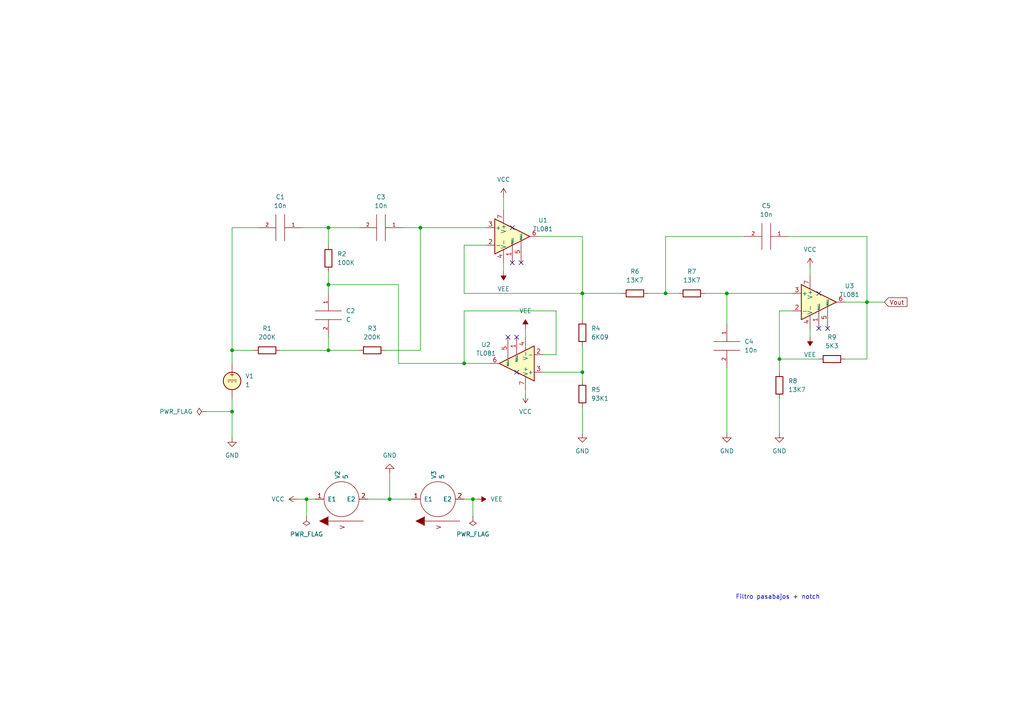
<source format=kicad_sch>
(kicad_sch
	(version 20231120)
	(generator "eeschema")
	(generator_version "8.0")
	(uuid "e63e39d7-6ac0-4ffd-8aa3-1841a4541b55")
	(paper "A4")
	(lib_symbols
		(symbol "Amplifier_Operational:TL081"
			(pin_names
				(offset 0.127)
			)
			(exclude_from_sim no)
			(in_bom yes)
			(on_board yes)
			(property "Reference" "U"
				(at 0 6.35 0)
				(effects
					(font
						(size 1.27 1.27)
					)
					(justify left)
				)
			)
			(property "Value" "TL081"
				(at 0 3.81 0)
				(effects
					(font
						(size 1.27 1.27)
					)
					(justify left)
				)
			)
			(property "Footprint" ""
				(at 1.27 1.27 0)
				(effects
					(font
						(size 1.27 1.27)
					)
					(hide yes)
				)
			)
			(property "Datasheet" "http://www.ti.com/lit/ds/symlink/tl081.pdf"
				(at 3.81 3.81 0)
				(effects
					(font
						(size 1.27 1.27)
					)
					(hide yes)
				)
			)
			(property "Description" "Single JFET-Input Operational Amplifiers, DIP-8/SOIC-8"
				(at 0 0 0)
				(effects
					(font
						(size 1.27 1.27)
					)
					(hide yes)
				)
			)
			(property "ki_keywords" "single opamp"
				(at 0 0 0)
				(effects
					(font
						(size 1.27 1.27)
					)
					(hide yes)
				)
			)
			(property "ki_fp_filters" "SOIC*3.9x4.9mm*P1.27mm* DIP*W7.62mm* TSSOP*3x3mm*P0.65mm*"
				(at 0 0 0)
				(effects
					(font
						(size 1.27 1.27)
					)
					(hide yes)
				)
			)
			(symbol "TL081_0_1"
				(polyline
					(pts
						(xy -5.08 5.08) (xy 5.08 0) (xy -5.08 -5.08) (xy -5.08 5.08)
					)
					(stroke
						(width 0.254)
						(type default)
					)
					(fill
						(type background)
					)
				)
			)
			(symbol "TL081_1_1"
				(pin input line
					(at 0 -7.62 90)
					(length 5.08)
					(name "NULL"
						(effects
							(font
								(size 0.508 0.508)
							)
						)
					)
					(number "1"
						(effects
							(font
								(size 1.27 1.27)
							)
						)
					)
				)
				(pin input line
					(at -7.62 -2.54 0)
					(length 2.54)
					(name "-"
						(effects
							(font
								(size 1.27 1.27)
							)
						)
					)
					(number "2"
						(effects
							(font
								(size 1.27 1.27)
							)
						)
					)
				)
				(pin input line
					(at -7.62 2.54 0)
					(length 2.54)
					(name "+"
						(effects
							(font
								(size 1.27 1.27)
							)
						)
					)
					(number "3"
						(effects
							(font
								(size 1.27 1.27)
							)
						)
					)
				)
				(pin power_in line
					(at -2.54 -7.62 90)
					(length 3.81)
					(name "V-"
						(effects
							(font
								(size 1.27 1.27)
							)
						)
					)
					(number "4"
						(effects
							(font
								(size 1.27 1.27)
							)
						)
					)
				)
				(pin input line
					(at 2.54 -7.62 90)
					(length 6.35)
					(name "NULL"
						(effects
							(font
								(size 0.508 0.508)
							)
						)
					)
					(number "5"
						(effects
							(font
								(size 1.27 1.27)
							)
						)
					)
				)
				(pin output line
					(at 7.62 0 180)
					(length 2.54)
					(name "~"
						(effects
							(font
								(size 1.27 1.27)
							)
						)
					)
					(number "6"
						(effects
							(font
								(size 1.27 1.27)
							)
						)
					)
				)
				(pin power_in line
					(at -2.54 7.62 270)
					(length 3.81)
					(name "V+"
						(effects
							(font
								(size 1.27 1.27)
							)
						)
					)
					(number "7"
						(effects
							(font
								(size 1.27 1.27)
							)
						)
					)
				)
				(pin no_connect line
					(at 0 2.54 270)
					(length 2.54) hide
					(name "NC"
						(effects
							(font
								(size 1.27 1.27)
							)
						)
					)
					(number "8"
						(effects
							(font
								(size 1.27 1.27)
							)
						)
					)
				)
			)
		)
		(symbol "Device:R"
			(pin_numbers hide)
			(pin_names
				(offset 0)
			)
			(exclude_from_sim no)
			(in_bom yes)
			(on_board yes)
			(property "Reference" "R"
				(at 2.032 0 90)
				(effects
					(font
						(size 1.27 1.27)
					)
				)
			)
			(property "Value" "R"
				(at 0 0 90)
				(effects
					(font
						(size 1.27 1.27)
					)
				)
			)
			(property "Footprint" ""
				(at -1.778 0 90)
				(effects
					(font
						(size 1.27 1.27)
					)
					(hide yes)
				)
			)
			(property "Datasheet" "~"
				(at 0 0 0)
				(effects
					(font
						(size 1.27 1.27)
					)
					(hide yes)
				)
			)
			(property "Description" "Resistor"
				(at 0 0 0)
				(effects
					(font
						(size 1.27 1.27)
					)
					(hide yes)
				)
			)
			(property "ki_keywords" "R res resistor"
				(at 0 0 0)
				(effects
					(font
						(size 1.27 1.27)
					)
					(hide yes)
				)
			)
			(property "ki_fp_filters" "R_*"
				(at 0 0 0)
				(effects
					(font
						(size 1.27 1.27)
					)
					(hide yes)
				)
			)
			(symbol "R_0_1"
				(rectangle
					(start -1.016 -2.54)
					(end 1.016 2.54)
					(stroke
						(width 0.254)
						(type default)
					)
					(fill
						(type none)
					)
				)
			)
			(symbol "R_1_1"
				(pin passive line
					(at 0 3.81 270)
					(length 1.27)
					(name "~"
						(effects
							(font
								(size 1.27 1.27)
							)
						)
					)
					(number "1"
						(effects
							(font
								(size 1.27 1.27)
							)
						)
					)
				)
				(pin passive line
					(at 0 -3.81 90)
					(length 1.27)
					(name "~"
						(effects
							(font
								(size 1.27 1.27)
							)
						)
					)
					(number "2"
						(effects
							(font
								(size 1.27 1.27)
							)
						)
					)
				)
			)
		)
		(symbol "Simulation_SPICE:VDC"
			(pin_numbers hide)
			(pin_names
				(offset 0.0254)
			)
			(exclude_from_sim no)
			(in_bom yes)
			(on_board yes)
			(property "Reference" "V"
				(at 2.54 2.54 0)
				(effects
					(font
						(size 1.27 1.27)
					)
					(justify left)
				)
			)
			(property "Value" "1"
				(at 2.54 0 0)
				(effects
					(font
						(size 1.27 1.27)
					)
					(justify left)
				)
			)
			(property "Footprint" ""
				(at 0 0 0)
				(effects
					(font
						(size 1.27 1.27)
					)
					(hide yes)
				)
			)
			(property "Datasheet" "https://ngspice.sourceforge.io/docs/ngspice-html-manual/manual.xhtml#sec_Independent_Sources_for"
				(at 0 0 0)
				(effects
					(font
						(size 1.27 1.27)
					)
					(hide yes)
				)
			)
			(property "Description" "Voltage source, DC"
				(at 0 0 0)
				(effects
					(font
						(size 1.27 1.27)
					)
					(hide yes)
				)
			)
			(property "Sim.Pins" "1=+ 2=-"
				(at 0 0 0)
				(effects
					(font
						(size 1.27 1.27)
					)
					(hide yes)
				)
			)
			(property "Sim.Type" "DC"
				(at 0 0 0)
				(effects
					(font
						(size 1.27 1.27)
					)
					(hide yes)
				)
			)
			(property "Sim.Device" "V"
				(at 0 0 0)
				(effects
					(font
						(size 1.27 1.27)
					)
					(justify left)
					(hide yes)
				)
			)
			(property "ki_keywords" "simulation"
				(at 0 0 0)
				(effects
					(font
						(size 1.27 1.27)
					)
					(hide yes)
				)
			)
			(symbol "VDC_0_0"
				(polyline
					(pts
						(xy -1.27 0.254) (xy 1.27 0.254)
					)
					(stroke
						(width 0)
						(type default)
					)
					(fill
						(type none)
					)
				)
				(polyline
					(pts
						(xy -0.762 -0.254) (xy -1.27 -0.254)
					)
					(stroke
						(width 0)
						(type default)
					)
					(fill
						(type none)
					)
				)
				(polyline
					(pts
						(xy 0.254 -0.254) (xy -0.254 -0.254)
					)
					(stroke
						(width 0)
						(type default)
					)
					(fill
						(type none)
					)
				)
				(polyline
					(pts
						(xy 1.27 -0.254) (xy 0.762 -0.254)
					)
					(stroke
						(width 0)
						(type default)
					)
					(fill
						(type none)
					)
				)
				(text "+"
					(at 0 1.905 0)
					(effects
						(font
							(size 1.27 1.27)
						)
					)
				)
			)
			(symbol "VDC_0_1"
				(circle
					(center 0 0)
					(radius 2.54)
					(stroke
						(width 0.254)
						(type default)
					)
					(fill
						(type background)
					)
				)
			)
			(symbol "VDC_1_1"
				(pin passive line
					(at 0 5.08 270)
					(length 2.54)
					(name "~"
						(effects
							(font
								(size 1.27 1.27)
							)
						)
					)
					(number "1"
						(effects
							(font
								(size 1.27 1.27)
							)
						)
					)
				)
				(pin passive line
					(at 0 -5.08 90)
					(length 2.54)
					(name "~"
						(effects
							(font
								(size 1.27 1.27)
							)
						)
					)
					(number "2"
						(effects
							(font
								(size 1.27 1.27)
							)
						)
					)
				)
			)
		)
		(symbol "power:+5V"
			(power)
			(pin_names
				(offset 0)
			)
			(exclude_from_sim no)
			(in_bom yes)
			(on_board yes)
			(property "Reference" "#PWR"
				(at 0 -3.81 0)
				(effects
					(font
						(size 1.27 1.27)
					)
					(hide yes)
				)
			)
			(property "Value" "+5V"
				(at 0 3.556 0)
				(effects
					(font
						(size 1.27 1.27)
					)
				)
			)
			(property "Footprint" ""
				(at 0 0 0)
				(effects
					(font
						(size 1.27 1.27)
					)
					(hide yes)
				)
			)
			(property "Datasheet" ""
				(at 0 0 0)
				(effects
					(font
						(size 1.27 1.27)
					)
					(hide yes)
				)
			)
			(property "Description" "Power symbol creates a global label with name \"+5V\""
				(at 0 0 0)
				(effects
					(font
						(size 1.27 1.27)
					)
					(hide yes)
				)
			)
			(property "ki_keywords" "power-flag"
				(at 0 0 0)
				(effects
					(font
						(size 1.27 1.27)
					)
					(hide yes)
				)
			)
			(symbol "+5V_0_1"
				(polyline
					(pts
						(xy -0.762 1.27) (xy 0 2.54)
					)
					(stroke
						(width 0)
						(type default)
					)
					(fill
						(type none)
					)
				)
				(polyline
					(pts
						(xy 0 0) (xy 0 2.54)
					)
					(stroke
						(width 0)
						(type default)
					)
					(fill
						(type none)
					)
				)
				(polyline
					(pts
						(xy 0 2.54) (xy 0.762 1.27)
					)
					(stroke
						(width 0)
						(type default)
					)
					(fill
						(type none)
					)
				)
			)
			(symbol "+5V_1_1"
				(pin power_in line
					(at 0 0 90)
					(length 0) hide
					(name "+5V"
						(effects
							(font
								(size 1.27 1.27)
							)
						)
					)
					(number "1"
						(effects
							(font
								(size 1.27 1.27)
							)
						)
					)
				)
			)
		)
		(symbol "power:-5V"
			(power)
			(pin_names
				(offset 0)
			)
			(exclude_from_sim no)
			(in_bom yes)
			(on_board yes)
			(property "Reference" "#PWR"
				(at 0 2.54 0)
				(effects
					(font
						(size 1.27 1.27)
					)
					(hide yes)
				)
			)
			(property "Value" "-5V"
				(at 0 3.81 0)
				(effects
					(font
						(size 1.27 1.27)
					)
				)
			)
			(property "Footprint" ""
				(at 0 0 0)
				(effects
					(font
						(size 1.27 1.27)
					)
					(hide yes)
				)
			)
			(property "Datasheet" ""
				(at 0 0 0)
				(effects
					(font
						(size 1.27 1.27)
					)
					(hide yes)
				)
			)
			(property "Description" "Power symbol creates a global label with name \"-5V\""
				(at 0 0 0)
				(effects
					(font
						(size 1.27 1.27)
					)
					(hide yes)
				)
			)
			(property "ki_keywords" "power-flag"
				(at 0 0 0)
				(effects
					(font
						(size 1.27 1.27)
					)
					(hide yes)
				)
			)
			(symbol "-5V_0_0"
				(pin power_in line
					(at 0 0 90)
					(length 0) hide
					(name "-5V"
						(effects
							(font
								(size 1.27 1.27)
							)
						)
					)
					(number "1"
						(effects
							(font
								(size 1.27 1.27)
							)
						)
					)
				)
			)
			(symbol "-5V_0_1"
				(polyline
					(pts
						(xy 0 0) (xy 0 1.27) (xy 0.762 1.27) (xy 0 2.54) (xy -0.762 1.27) (xy 0 1.27)
					)
					(stroke
						(width 0)
						(type default)
					)
					(fill
						(type outline)
					)
				)
			)
		)
		(symbol "power:GND"
			(power)
			(pin_names
				(offset 0)
			)
			(exclude_from_sim no)
			(in_bom yes)
			(on_board yes)
			(property "Reference" "#PWR"
				(at 0 -6.35 0)
				(effects
					(font
						(size 1.27 1.27)
					)
					(hide yes)
				)
			)
			(property "Value" "GND"
				(at 0 -3.81 0)
				(effects
					(font
						(size 1.27 1.27)
					)
				)
			)
			(property "Footprint" ""
				(at 0 0 0)
				(effects
					(font
						(size 1.27 1.27)
					)
					(hide yes)
				)
			)
			(property "Datasheet" ""
				(at 0 0 0)
				(effects
					(font
						(size 1.27 1.27)
					)
					(hide yes)
				)
			)
			(property "Description" "Power symbol creates a global label with name \"GND\" , ground"
				(at 0 0 0)
				(effects
					(font
						(size 1.27 1.27)
					)
					(hide yes)
				)
			)
			(property "ki_keywords" "power-flag"
				(at 0 0 0)
				(effects
					(font
						(size 1.27 1.27)
					)
					(hide yes)
				)
			)
			(symbol "GND_0_1"
				(polyline
					(pts
						(xy 0 0) (xy 0 -1.27) (xy 1.27 -1.27) (xy 0 -2.54) (xy -1.27 -1.27) (xy 0 -1.27)
					)
					(stroke
						(width 0)
						(type default)
					)
					(fill
						(type none)
					)
				)
			)
			(symbol "GND_1_1"
				(pin power_in line
					(at 0 0 270)
					(length 0) hide
					(name "GND"
						(effects
							(font
								(size 1.27 1.27)
							)
						)
					)
					(number "1"
						(effects
							(font
								(size 1.27 1.27)
							)
						)
					)
				)
			)
		)
		(symbol "power:PWR_FLAG"
			(power)
			(pin_numbers hide)
			(pin_names
				(offset 0) hide)
			(exclude_from_sim no)
			(in_bom yes)
			(on_board yes)
			(property "Reference" "#FLG"
				(at 0 1.905 0)
				(effects
					(font
						(size 1.27 1.27)
					)
					(hide yes)
				)
			)
			(property "Value" "PWR_FLAG"
				(at 0 3.81 0)
				(effects
					(font
						(size 1.27 1.27)
					)
				)
			)
			(property "Footprint" ""
				(at 0 0 0)
				(effects
					(font
						(size 1.27 1.27)
					)
					(hide yes)
				)
			)
			(property "Datasheet" "~"
				(at 0 0 0)
				(effects
					(font
						(size 1.27 1.27)
					)
					(hide yes)
				)
			)
			(property "Description" "Special symbol for telling ERC where power comes from"
				(at 0 0 0)
				(effects
					(font
						(size 1.27 1.27)
					)
					(hide yes)
				)
			)
			(property "ki_keywords" "flag power"
				(at 0 0 0)
				(effects
					(font
						(size 1.27 1.27)
					)
					(hide yes)
				)
			)
			(symbol "PWR_FLAG_0_0"
				(pin power_out line
					(at 0 0 90)
					(length 0)
					(name "~"
						(effects
							(font
								(size 1.27 1.27)
							)
						)
					)
					(number "1"
						(effects
							(font
								(size 1.27 1.27)
							)
						)
					)
				)
			)
			(symbol "PWR_FLAG_0_1"
				(polyline
					(pts
						(xy 0 0) (xy 0 1.27) (xy -1.016 1.905) (xy 0 2.54) (xy 1.016 1.905) (xy 0 1.27)
					)
					(stroke
						(width 0)
						(type default)
					)
					(fill
						(type none)
					)
				)
			)
		)
		(symbol "pspice:C"
			(pin_names
				(offset 0.254)
			)
			(exclude_from_sim no)
			(in_bom yes)
			(on_board yes)
			(property "Reference" "C"
				(at 2.54 3.81 90)
				(effects
					(font
						(size 1.27 1.27)
					)
				)
			)
			(property "Value" "C"
				(at 2.54 -3.81 90)
				(effects
					(font
						(size 1.27 1.27)
					)
				)
			)
			(property "Footprint" ""
				(at 0 0 0)
				(effects
					(font
						(size 1.27 1.27)
					)
					(hide yes)
				)
			)
			(property "Datasheet" "~"
				(at 0 0 0)
				(effects
					(font
						(size 1.27 1.27)
					)
					(hide yes)
				)
			)
			(property "Description" "Capacitor symbol for simulation only"
				(at 0 0 0)
				(effects
					(font
						(size 1.27 1.27)
					)
					(hide yes)
				)
			)
			(property "ki_keywords" "simulation"
				(at 0 0 0)
				(effects
					(font
						(size 1.27 1.27)
					)
					(hide yes)
				)
			)
			(symbol "C_0_1"
				(polyline
					(pts
						(xy -3.81 -1.27) (xy 3.81 -1.27)
					)
					(stroke
						(width 0)
						(type default)
					)
					(fill
						(type none)
					)
				)
				(polyline
					(pts
						(xy -3.81 1.27) (xy 3.81 1.27)
					)
					(stroke
						(width 0)
						(type default)
					)
					(fill
						(type none)
					)
				)
			)
			(symbol "C_1_1"
				(pin passive line
					(at 0 6.35 270)
					(length 5.08)
					(name "~"
						(effects
							(font
								(size 1.016 1.016)
							)
						)
					)
					(number "1"
						(effects
							(font
								(size 1.016 1.016)
							)
						)
					)
				)
				(pin passive line
					(at 0 -6.35 90)
					(length 5.08)
					(name "~"
						(effects
							(font
								(size 1.016 1.016)
							)
						)
					)
					(number "2"
						(effects
							(font
								(size 1.016 1.016)
							)
						)
					)
				)
			)
		)
		(symbol "pspice:VSOURCE"
			(pin_names
				(offset 1.016)
			)
			(exclude_from_sim no)
			(in_bom yes)
			(on_board yes)
			(property "Reference" "V"
				(at -6.35 7.62 0)
				(effects
					(font
						(size 1.27 1.27)
					)
				)
			)
			(property "Value" "VSOURCE"
				(at 0 0 0)
				(effects
					(font
						(size 1.27 1.27)
					)
				)
			)
			(property "Footprint" ""
				(at 0 0 0)
				(effects
					(font
						(size 1.27 1.27)
					)
					(hide yes)
				)
			)
			(property "Datasheet" "~"
				(at 0 0 0)
				(effects
					(font
						(size 1.27 1.27)
					)
					(hide yes)
				)
			)
			(property "Description" "Voltage source symbol for simulation only"
				(at 0 0 0)
				(effects
					(font
						(size 1.27 1.27)
					)
					(hide yes)
				)
			)
			(property "ki_keywords" "simulation"
				(at 0 0 0)
				(effects
					(font
						(size 1.27 1.27)
					)
					(hide yes)
				)
			)
			(symbol "VSOURCE_0_1"
				(polyline
					(pts
						(xy -6.35 -6.35) (xy -6.35 3.81)
					)
					(stroke
						(width 0)
						(type default)
					)
					(fill
						(type outline)
					)
				)
				(polyline
					(pts
						(xy -7.62 3.81) (xy -6.35 6.35) (xy -5.08 3.81)
					)
					(stroke
						(width 0)
						(type default)
					)
					(fill
						(type outline)
					)
				)
				(circle
					(center 0 0)
					(radius 5.08)
					(stroke
						(width 0)
						(type default)
					)
					(fill
						(type none)
					)
				)
				(text "V"
					(at -8.128 -0.254 0)
					(effects
						(font
							(size 1.27 1.27)
						)
					)
				)
			)
			(symbol "VSOURCE_1_1"
				(pin input line
					(at 0 7.62 270)
					(length 2.54)
					(name "E1"
						(effects
							(font
								(size 1.27 1.27)
							)
						)
					)
					(number "1"
						(effects
							(font
								(size 1.27 1.27)
							)
						)
					)
				)
				(pin input line
					(at 0 -7.62 90)
					(length 2.54)
					(name "E2"
						(effects
							(font
								(size 1.27 1.27)
							)
						)
					)
					(number "2"
						(effects
							(font
								(size 1.27 1.27)
							)
						)
					)
				)
			)
		)
	)
	(junction
		(at 95.25 66.04)
		(diameter 0)
		(color 0 0 0 0)
		(uuid "0b64941a-3b62-448a-9fa4-5c024c85e0fc")
	)
	(junction
		(at 88.9 144.78)
		(diameter 0)
		(color 0 0 0 0)
		(uuid "36a5eecf-9784-4d39-b815-7493c9c524cc")
	)
	(junction
		(at 168.91 85.09)
		(diameter 0)
		(color 0 0 0 0)
		(uuid "44d6f279-e9a3-495e-9f38-552b4a366fde")
	)
	(junction
		(at 210.82 85.09)
		(diameter 0)
		(color 0 0 0 0)
		(uuid "4d57bc39-bd3d-4729-8f35-8a565cb7890d")
	)
	(junction
		(at 226.06 104.14)
		(diameter 0)
		(color 0 0 0 0)
		(uuid "5471ff3d-280e-4ef2-aedf-1772c596b68a")
	)
	(junction
		(at 134.62 105.41)
		(diameter 0)
		(color 0 0 0 0)
		(uuid "606b4da5-4e23-4093-bb51-47b5e13e7dbb")
	)
	(junction
		(at 251.46 87.63)
		(diameter 0)
		(color 0 0 0 0)
		(uuid "864d84d0-9466-4363-b834-5e2b1a859772")
	)
	(junction
		(at 67.31 101.6)
		(diameter 0)
		(color 0 0 0 0)
		(uuid "894ee0ee-8c07-4fc4-8c18-e290ad2e6e6a")
	)
	(junction
		(at 168.91 107.95)
		(diameter 0)
		(color 0 0 0 0)
		(uuid "9f64078c-ca82-4fd4-bc18-2a5195b40648")
	)
	(junction
		(at 121.92 66.04)
		(diameter 0)
		(color 0 0 0 0)
		(uuid "a3c74f69-c2f2-4e27-9b23-1da58f454dd2")
	)
	(junction
		(at 67.31 119.38)
		(diameter 0)
		(color 0 0 0 0)
		(uuid "a6d3d544-f76c-4c39-9a3f-735902bd2110")
	)
	(junction
		(at 137.16 144.78)
		(diameter 0)
		(color 0 0 0 0)
		(uuid "aee9b710-7198-4743-9f47-74955fe4eae6")
	)
	(junction
		(at 193.04 85.09)
		(diameter 0)
		(color 0 0 0 0)
		(uuid "b5006ef3-7251-4751-afef-410d9684a156")
	)
	(junction
		(at 95.25 82.55)
		(diameter 0)
		(color 0 0 0 0)
		(uuid "c3e64c9c-5952-4c8d-8e0a-833c3148fd0c")
	)
	(junction
		(at 95.25 101.6)
		(diameter 0)
		(color 0 0 0 0)
		(uuid "c53fa228-e9d8-4eab-9183-7b752b7dad0b")
	)
	(junction
		(at 113.03 144.78)
		(diameter 0)
		(color 0 0 0 0)
		(uuid "cebd7463-6151-4fe5-a1b9-b35ece3cac84")
	)
	(no_connect
		(at 149.86 107.95)
		(uuid "88b0e43f-b681-40ab-a538-91bfd69a0d27")
	)
	(no_connect
		(at 148.59 66.04)
		(uuid "88b0e43f-b681-40ab-a538-91bfd69a0d28")
	)
	(no_connect
		(at 237.49 85.09)
		(uuid "88b0e43f-b681-40ab-a538-91bfd69a0d29")
	)
	(no_connect
		(at 149.86 97.79)
		(uuid "d54875cf-c0f3-4e11-8d01-b53eda879027")
	)
	(no_connect
		(at 147.32 97.79)
		(uuid "d54875cf-c0f3-4e11-8d01-b53eda879028")
	)
	(no_connect
		(at 151.13 76.2)
		(uuid "d54875cf-c0f3-4e11-8d01-b53eda879029")
	)
	(no_connect
		(at 148.59 76.2)
		(uuid "d54875cf-c0f3-4e11-8d01-b53eda87902a")
	)
	(no_connect
		(at 240.03 95.25)
		(uuid "d54875cf-c0f3-4e11-8d01-b53eda87902b")
	)
	(no_connect
		(at 237.49 95.25)
		(uuid "d54875cf-c0f3-4e11-8d01-b53eda87902c")
	)
	(wire
		(pts
			(xy 152.4 114.3) (xy 152.4 113.03)
		)
		(stroke
			(width 0)
			(type default)
		)
		(uuid "0403eecf-c4b8-4d4a-8422-d0570934db05")
	)
	(wire
		(pts
			(xy 95.25 101.6) (xy 104.14 101.6)
		)
		(stroke
			(width 0)
			(type default)
		)
		(uuid "058037d1-2073-4a61-968c-5d40cea03ff5")
	)
	(wire
		(pts
			(xy 95.25 78.74) (xy 95.25 82.55)
		)
		(stroke
			(width 0)
			(type default)
		)
		(uuid "063369fe-1d1e-4d7c-87cf-4e0644e1f388")
	)
	(wire
		(pts
			(xy 152.4 95.25) (xy 152.4 97.79)
		)
		(stroke
			(width 0)
			(type default)
		)
		(uuid "105531f3-413b-45fd-9d78-caa254e8943c")
	)
	(wire
		(pts
			(xy 115.57 105.41) (xy 134.62 105.41)
		)
		(stroke
			(width 0)
			(type default)
		)
		(uuid "11e9ef11-49f9-4efc-a6ea-529d36674a9c")
	)
	(wire
		(pts
			(xy 88.9 144.78) (xy 88.9 149.86)
		)
		(stroke
			(width 0)
			(type default)
		)
		(uuid "1487616f-6a74-454c-9a89-ead48e82842d")
	)
	(wire
		(pts
			(xy 210.82 106.68) (xy 210.82 125.73)
		)
		(stroke
			(width 0)
			(type default)
		)
		(uuid "18de102e-9e07-4a62-a7f6-5a752a3ae8da")
	)
	(wire
		(pts
			(xy 168.91 107.95) (xy 168.91 110.49)
		)
		(stroke
			(width 0)
			(type default)
		)
		(uuid "1ebfa8a1-8f38-4a8b-af04-63c02813ca3e")
	)
	(wire
		(pts
			(xy 146.05 76.2) (xy 146.05 78.74)
		)
		(stroke
			(width 0)
			(type default)
		)
		(uuid "1fbde3bb-05dd-4605-b5fd-9f36c5cf5c25")
	)
	(wire
		(pts
			(xy 86.36 144.78) (xy 88.9 144.78)
		)
		(stroke
			(width 0)
			(type default)
		)
		(uuid "204716cb-bdc5-4c55-a423-b01f357f67bb")
	)
	(wire
		(pts
			(xy 95.25 82.55) (xy 115.57 82.55)
		)
		(stroke
			(width 0)
			(type default)
		)
		(uuid "22a0c82b-cd74-44bc-b983-0fa6e3fc3563")
	)
	(wire
		(pts
			(xy 251.46 87.63) (xy 251.46 104.14)
		)
		(stroke
			(width 0)
			(type default)
		)
		(uuid "25313c19-4767-436a-9471-85f7422e62eb")
	)
	(wire
		(pts
			(xy 245.11 87.63) (xy 251.46 87.63)
		)
		(stroke
			(width 0)
			(type default)
		)
		(uuid "298dd350-8fbb-4ade-8d7c-a4a79f669b2a")
	)
	(wire
		(pts
			(xy 113.03 144.78) (xy 119.38 144.78)
		)
		(stroke
			(width 0)
			(type default)
		)
		(uuid "3139d1ed-d37e-46ea-bd7f-18886a88c24e")
	)
	(wire
		(pts
			(xy 59.69 119.38) (xy 67.31 119.38)
		)
		(stroke
			(width 0)
			(type default)
		)
		(uuid "32269735-d34a-441d-8ad4-703d8d5eab63")
	)
	(wire
		(pts
			(xy 115.57 82.55) (xy 115.57 105.41)
		)
		(stroke
			(width 0)
			(type default)
		)
		(uuid "34b621b9-ef92-400b-ade2-25feca5f7749")
	)
	(wire
		(pts
			(xy 134.62 105.41) (xy 134.62 90.17)
		)
		(stroke
			(width 0)
			(type default)
		)
		(uuid "3b0623c6-73c6-4687-b28d-fba50a3f83df")
	)
	(wire
		(pts
			(xy 134.62 71.12) (xy 140.97 71.12)
		)
		(stroke
			(width 0)
			(type default)
		)
		(uuid "3db40b16-c765-4cc3-ad67-1a85cd3dcd20")
	)
	(wire
		(pts
			(xy 168.91 125.73) (xy 168.91 118.11)
		)
		(stroke
			(width 0)
			(type default)
		)
		(uuid "43ed095f-0531-4e5e-933a-890a62efba6d")
	)
	(wire
		(pts
			(xy 121.92 66.04) (xy 140.97 66.04)
		)
		(stroke
			(width 0)
			(type default)
		)
		(uuid "44f6e2a5-40a9-472e-9fd8-ea915f3d71a0")
	)
	(wire
		(pts
			(xy 134.62 71.12) (xy 134.62 85.09)
		)
		(stroke
			(width 0)
			(type default)
		)
		(uuid "4583ed69-8902-4278-8c8f-3b9a8463f603")
	)
	(wire
		(pts
			(xy 245.11 104.14) (xy 251.46 104.14)
		)
		(stroke
			(width 0)
			(type default)
		)
		(uuid "52ff0bfe-15a9-4476-b3cc-943e364fbc8a")
	)
	(wire
		(pts
			(xy 113.03 137.16) (xy 113.03 144.78)
		)
		(stroke
			(width 0)
			(type default)
		)
		(uuid "5602518f-6363-453b-9beb-bdf7f772d187")
	)
	(wire
		(pts
			(xy 234.95 97.79) (xy 234.95 95.25)
		)
		(stroke
			(width 0)
			(type default)
		)
		(uuid "567f8d6c-e022-4216-a57b-5a09dae15486")
	)
	(wire
		(pts
			(xy 161.29 90.17) (xy 161.29 102.87)
		)
		(stroke
			(width 0)
			(type default)
		)
		(uuid "5e91e6f4-7ab1-45a9-9fae-a1bebc091721")
	)
	(wire
		(pts
			(xy 187.96 85.09) (xy 193.04 85.09)
		)
		(stroke
			(width 0)
			(type default)
		)
		(uuid "5e9b7a07-79fd-498d-bb46-61e63db9a1c4")
	)
	(wire
		(pts
			(xy 226.06 90.17) (xy 226.06 104.14)
		)
		(stroke
			(width 0)
			(type default)
		)
		(uuid "640ddf9e-e105-4205-af0a-cce2e7d22da4")
	)
	(wire
		(pts
			(xy 116.84 66.04) (xy 121.92 66.04)
		)
		(stroke
			(width 0)
			(type default)
		)
		(uuid "650dbbfd-3892-431b-80da-97ded9bb2447")
	)
	(wire
		(pts
			(xy 134.62 85.09) (xy 168.91 85.09)
		)
		(stroke
			(width 0)
			(type default)
		)
		(uuid "65e0e517-0616-439b-8ffb-38276401dad5")
	)
	(wire
		(pts
			(xy 81.28 101.6) (xy 95.25 101.6)
		)
		(stroke
			(width 0)
			(type default)
		)
		(uuid "709a84e1-ec1b-49c5-ae1e-dc699df1e389")
	)
	(wire
		(pts
			(xy 146.05 57.15) (xy 146.05 60.96)
		)
		(stroke
			(width 0)
			(type default)
		)
		(uuid "731821e7-8d0d-4b6f-9d09-391491e0374f")
	)
	(wire
		(pts
			(xy 111.76 101.6) (xy 121.92 101.6)
		)
		(stroke
			(width 0)
			(type default)
		)
		(uuid "73479b3c-3795-4a40-ae5f-33cc60084b77")
	)
	(wire
		(pts
			(xy 168.91 100.33) (xy 168.91 107.95)
		)
		(stroke
			(width 0)
			(type default)
		)
		(uuid "7800e7f1-a281-48d4-9ec2-7e9ddfba2f77")
	)
	(wire
		(pts
			(xy 210.82 85.09) (xy 229.87 85.09)
		)
		(stroke
			(width 0)
			(type default)
		)
		(uuid "79265562-a57f-4420-a78e-2a0fb23524b2")
	)
	(wire
		(pts
			(xy 157.48 107.95) (xy 168.91 107.95)
		)
		(stroke
			(width 0)
			(type default)
		)
		(uuid "7f2f5826-ae7c-48bf-8cf7-c01b102e1818")
	)
	(wire
		(pts
			(xy 88.9 144.78) (xy 91.44 144.78)
		)
		(stroke
			(width 0)
			(type default)
		)
		(uuid "8634fcb3-aa4e-4ab1-964f-10fcaebbe6d9")
	)
	(wire
		(pts
			(xy 226.06 104.14) (xy 237.49 104.14)
		)
		(stroke
			(width 0)
			(type default)
		)
		(uuid "875f8610-d73c-4157-ad3e-37d25a6c0cd3")
	)
	(wire
		(pts
			(xy 215.9 68.58) (xy 193.04 68.58)
		)
		(stroke
			(width 0)
			(type default)
		)
		(uuid "8e0d35df-27ee-4afd-9b0f-dd7604ef5ca7")
	)
	(wire
		(pts
			(xy 87.63 66.04) (xy 95.25 66.04)
		)
		(stroke
			(width 0)
			(type default)
		)
		(uuid "8e16ba43-e333-41e6-a61b-998a0c90bbd0")
	)
	(wire
		(pts
			(xy 226.06 115.57) (xy 226.06 125.73)
		)
		(stroke
			(width 0)
			(type default)
		)
		(uuid "937e758d-fbec-47e4-85db-9b9bce61072f")
	)
	(wire
		(pts
			(xy 95.25 97.79) (xy 95.25 101.6)
		)
		(stroke
			(width 0)
			(type default)
		)
		(uuid "938f69b1-293a-48fc-a4c7-7b111b602c05")
	)
	(wire
		(pts
			(xy 137.16 149.86) (xy 137.16 144.78)
		)
		(stroke
			(width 0)
			(type default)
		)
		(uuid "9524daf4-d953-4aec-906e-9e55d9bd44ca")
	)
	(wire
		(pts
			(xy 67.31 119.38) (xy 67.31 127)
		)
		(stroke
			(width 0)
			(type default)
		)
		(uuid "9ce9e53e-2f02-4004-8c1e-80769e733215")
	)
	(wire
		(pts
			(xy 67.31 101.6) (xy 73.66 101.6)
		)
		(stroke
			(width 0)
			(type default)
		)
		(uuid "9d4bf27c-8c93-48c3-9b30-7418f36ddace")
	)
	(wire
		(pts
			(xy 210.82 85.09) (xy 210.82 93.98)
		)
		(stroke
			(width 0)
			(type default)
		)
		(uuid "af892f26-7aee-4a5d-92c2-33229b4a7d9c")
	)
	(wire
		(pts
			(xy 95.25 66.04) (xy 104.14 66.04)
		)
		(stroke
			(width 0)
			(type default)
		)
		(uuid "b311cd34-9c8d-4073-b4b5-54281c56b82f")
	)
	(wire
		(pts
			(xy 134.62 144.78) (xy 137.16 144.78)
		)
		(stroke
			(width 0)
			(type default)
		)
		(uuid "b6d80095-fd32-4e53-88dc-236c9c4a98dc")
	)
	(wire
		(pts
			(xy 95.25 82.55) (xy 95.25 85.09)
		)
		(stroke
			(width 0)
			(type default)
		)
		(uuid "b6e3ca08-2cb0-460c-9223-259fa3814192")
	)
	(wire
		(pts
			(xy 134.62 105.41) (xy 142.24 105.41)
		)
		(stroke
			(width 0)
			(type default)
		)
		(uuid "b8069397-c030-4717-b73e-cbc80dff12e7")
	)
	(wire
		(pts
			(xy 67.31 115.57) (xy 67.31 119.38)
		)
		(stroke
			(width 0)
			(type default)
		)
		(uuid "bb9782e9-580e-4140-aab0-bf34f5fe048f")
	)
	(wire
		(pts
			(xy 134.62 90.17) (xy 161.29 90.17)
		)
		(stroke
			(width 0)
			(type default)
		)
		(uuid "c00a1fca-6af1-4a51-81cb-697489cda66b")
	)
	(wire
		(pts
			(xy 168.91 68.58) (xy 168.91 85.09)
		)
		(stroke
			(width 0)
			(type default)
		)
		(uuid "c39afb72-b68a-497a-85ac-dfea2561b54c")
	)
	(wire
		(pts
			(xy 251.46 68.58) (xy 251.46 87.63)
		)
		(stroke
			(width 0)
			(type default)
		)
		(uuid "c963a091-61de-4fc3-a2eb-43474052397f")
	)
	(wire
		(pts
			(xy 156.21 68.58) (xy 168.91 68.58)
		)
		(stroke
			(width 0)
			(type default)
		)
		(uuid "c9bda501-6815-418c-9fcc-4ea44bf266c0")
	)
	(wire
		(pts
			(xy 234.95 77.47) (xy 234.95 80.01)
		)
		(stroke
			(width 0)
			(type default)
		)
		(uuid "c9cfafaf-cd88-4dd2-97f1-dbfa70ec920c")
	)
	(wire
		(pts
			(xy 168.91 85.09) (xy 168.91 92.71)
		)
		(stroke
			(width 0)
			(type default)
		)
		(uuid "ce5d8f8c-28a1-4977-a708-af369c47663d")
	)
	(wire
		(pts
			(xy 157.48 102.87) (xy 161.29 102.87)
		)
		(stroke
			(width 0)
			(type default)
		)
		(uuid "ce68fbda-038d-4ba8-beb5-5c5e9480b105")
	)
	(wire
		(pts
			(xy 204.47 85.09) (xy 210.82 85.09)
		)
		(stroke
			(width 0)
			(type default)
		)
		(uuid "d0f52493-6792-4e29-8670-12bf29a5f92f")
	)
	(wire
		(pts
			(xy 251.46 87.63) (xy 256.54 87.63)
		)
		(stroke
			(width 0)
			(type default)
		)
		(uuid "d141d481-9d85-431c-aecf-2e8f55eda338")
	)
	(wire
		(pts
			(xy 95.25 71.12) (xy 95.25 66.04)
		)
		(stroke
			(width 0)
			(type default)
		)
		(uuid "d3e13ce2-3580-406a-8574-90d454d58253")
	)
	(wire
		(pts
			(xy 193.04 68.58) (xy 193.04 85.09)
		)
		(stroke
			(width 0)
			(type default)
		)
		(uuid "d901b482-a64f-4f8d-92c1-f117199f4500")
	)
	(wire
		(pts
			(xy 67.31 66.04) (xy 74.93 66.04)
		)
		(stroke
			(width 0)
			(type default)
		)
		(uuid "da3cf38a-d084-4a2d-8f9e-4057ebea00d1")
	)
	(wire
		(pts
			(xy 228.6 68.58) (xy 251.46 68.58)
		)
		(stroke
			(width 0)
			(type default)
		)
		(uuid "dd8b40ae-5f2d-44d4-9010-f9f8cd554f44")
	)
	(wire
		(pts
			(xy 137.16 144.78) (xy 138.43 144.78)
		)
		(stroke
			(width 0)
			(type default)
		)
		(uuid "e36cd88e-2cda-4c9d-85c4-355a99770d74")
	)
	(wire
		(pts
			(xy 121.92 66.04) (xy 121.92 101.6)
		)
		(stroke
			(width 0)
			(type default)
		)
		(uuid "ef30ca27-8329-4e64-8580-9992108068d8")
	)
	(wire
		(pts
			(xy 168.91 85.09) (xy 180.34 85.09)
		)
		(stroke
			(width 0)
			(type default)
		)
		(uuid "f1cbcff6-d863-4ea5-9074-d1b602577af7")
	)
	(wire
		(pts
			(xy 226.06 104.14) (xy 226.06 107.95)
		)
		(stroke
			(width 0)
			(type default)
		)
		(uuid "f424370d-1910-4533-918f-68e534d844d2")
	)
	(wire
		(pts
			(xy 229.87 90.17) (xy 226.06 90.17)
		)
		(stroke
			(width 0)
			(type default)
		)
		(uuid "f46ff7d9-8044-439a-b541-ad256ac9a2c0")
	)
	(wire
		(pts
			(xy 193.04 85.09) (xy 196.85 85.09)
		)
		(stroke
			(width 0)
			(type default)
		)
		(uuid "f756fa1e-1d25-46d9-bd5c-80b01a99f82b")
	)
	(wire
		(pts
			(xy 106.68 144.78) (xy 113.03 144.78)
		)
		(stroke
			(width 0)
			(type default)
		)
		(uuid "f83b2d8f-aaef-4b15-a3db-7c7f5bcf168c")
	)
	(wire
		(pts
			(xy 67.31 101.6) (xy 67.31 105.41)
		)
		(stroke
			(width 0)
			(type default)
		)
		(uuid "fd21fc87-8337-49cb-95fc-b5adc7a296c0")
	)
	(wire
		(pts
			(xy 67.31 66.04) (xy 67.31 101.6)
		)
		(stroke
			(width 0)
			(type default)
		)
		(uuid "fec6c8bc-ff99-4143-a526-8c998fad37f3")
	)
	(text "Filtro pasabajos + notch"
		(exclude_from_sim no)
		(at 213.36 173.99 0)
		(effects
			(font
				(size 1.27 1.27)
			)
			(justify left bottom)
		)
		(uuid "94e2db58-e347-4cd6-b416-cbcb633315e5")
	)
	(global_label "Vout"
		(shape input)
		(at 256.54 87.63 0)
		(fields_autoplaced yes)
		(effects
			(font
				(size 1.27 1.27)
			)
			(justify left)
		)
		(uuid "ad1ad01a-bf1c-4a42-aedd-8d1b17d93b59")
		(property "Intersheetrefs" "${INTERSHEET_REFS}"
			(at 263.0655 87.5506 0)
			(effects
				(font
					(size 1.27 1.27)
				)
				(justify left)
				(hide yes)
			)
		)
	)
	(symbol
		(lib_id "pspice:C")
		(at 222.25 68.58 270)
		(unit 1)
		(exclude_from_sim no)
		(in_bom yes)
		(on_board yes)
		(dnp no)
		(fields_autoplaced yes)
		(uuid "0c465549-eaf4-424c-aa02-d3fa47b214fc")
		(property "Reference" "C5"
			(at 222.25 59.69 90)
			(effects
				(font
					(size 1.27 1.27)
				)
			)
		)
		(property "Value" "10n"
			(at 222.25 62.23 90)
			(effects
				(font
					(size 1.27 1.27)
				)
			)
		)
		(property "Footprint" "Capacitor_THT:CP_Axial_L11.0mm_D5.0mm_P18.00mm_Horizontal"
			(at 222.25 68.58 0)
			(effects
				(font
					(size 1.27 1.27)
				)
				(hide yes)
			)
		)
		(property "Datasheet" "~"
			(at 222.25 68.58 0)
			(effects
				(font
					(size 1.27 1.27)
				)
				(hide yes)
			)
		)
		(property "Description" ""
			(at 222.25 68.58 0)
			(effects
				(font
					(size 1.27 1.27)
				)
				(hide yes)
			)
		)
		(pin "1"
			(uuid "b379d412-7fb8-4ec3-a43a-fe86ecbaf5b3")
		)
		(pin "2"
			(uuid "d5aaadd3-885c-4bd0-aaeb-d62e90a1d008")
		)
		(instances
			(project ""
				(path "/e63e39d7-6ac0-4ffd-8aa3-1841a4541b55"
					(reference "C5")
					(unit 1)
				)
			)
		)
	)
	(symbol
		(lib_id "power:GND")
		(at 168.91 125.73 0)
		(unit 1)
		(exclude_from_sim no)
		(in_bom yes)
		(on_board yes)
		(dnp no)
		(fields_autoplaced yes)
		(uuid "10665cc6-b630-460c-b9e9-55d1bb09ae24")
		(property "Reference" "#PWR0104"
			(at 168.91 132.08 0)
			(effects
				(font
					(size 1.27 1.27)
				)
				(hide yes)
			)
		)
		(property "Value" "GND"
			(at 168.91 130.81 0)
			(effects
				(font
					(size 1.27 1.27)
				)
			)
		)
		(property "Footprint" ""
			(at 168.91 125.73 0)
			(effects
				(font
					(size 1.27 1.27)
				)
				(hide yes)
			)
		)
		(property "Datasheet" ""
			(at 168.91 125.73 0)
			(effects
				(font
					(size 1.27 1.27)
				)
				(hide yes)
			)
		)
		(property "Description" ""
			(at 168.91 125.73 0)
			(effects
				(font
					(size 1.27 1.27)
				)
				(hide yes)
			)
		)
		(pin "1"
			(uuid "ddbf221e-d099-4f61-ab8c-8df9480a58c0")
		)
		(instances
			(project ""
				(path "/e63e39d7-6ac0-4ffd-8aa3-1841a4541b55"
					(reference "#PWR0104")
					(unit 1)
				)
			)
		)
	)
	(symbol
		(lib_id "power:-5V")
		(at 146.05 78.74 180)
		(unit 1)
		(exclude_from_sim no)
		(in_bom yes)
		(on_board yes)
		(dnp no)
		(fields_autoplaced yes)
		(uuid "13e61435-b683-420a-bf85-89f63e23b27e")
		(property "Reference" "#PWR0110"
			(at 146.05 81.28 0)
			(effects
				(font
					(size 1.27 1.27)
				)
				(hide yes)
			)
		)
		(property "Value" "VEE"
			(at 146.05 83.82 0)
			(effects
				(font
					(size 1.27 1.27)
				)
			)
		)
		(property "Footprint" ""
			(at 146.05 78.74 0)
			(effects
				(font
					(size 1.27 1.27)
				)
				(hide yes)
			)
		)
		(property "Datasheet" ""
			(at 146.05 78.74 0)
			(effects
				(font
					(size 1.27 1.27)
				)
				(hide yes)
			)
		)
		(property "Description" ""
			(at 146.05 78.74 0)
			(effects
				(font
					(size 1.27 1.27)
				)
				(hide yes)
			)
		)
		(pin "1"
			(uuid "0724eccc-aec6-423c-aa3e-2367b151c4d4")
		)
		(instances
			(project ""
				(path "/e63e39d7-6ac0-4ffd-8aa3-1841a4541b55"
					(reference "#PWR0110")
					(unit 1)
				)
			)
		)
	)
	(symbol
		(lib_id "power:+5V")
		(at 152.4 114.3 180)
		(unit 1)
		(exclude_from_sim no)
		(in_bom yes)
		(on_board yes)
		(dnp no)
		(fields_autoplaced yes)
		(uuid "16d7efa9-0097-4e3f-8cb1-b398ae62c3ec")
		(property "Reference" "#PWR0108"
			(at 152.4 110.49 0)
			(effects
				(font
					(size 1.27 1.27)
				)
				(hide yes)
			)
		)
		(property "Value" "VCC"
			(at 152.4 119.38 0)
			(effects
				(font
					(size 1.27 1.27)
				)
			)
		)
		(property "Footprint" ""
			(at 152.4 114.3 0)
			(effects
				(font
					(size 1.27 1.27)
				)
				(hide yes)
			)
		)
		(property "Datasheet" ""
			(at 152.4 114.3 0)
			(effects
				(font
					(size 1.27 1.27)
				)
				(hide yes)
			)
		)
		(property "Description" ""
			(at 152.4 114.3 0)
			(effects
				(font
					(size 1.27 1.27)
				)
				(hide yes)
			)
		)
		(pin "1"
			(uuid "23c23132-fcd2-46e7-ab1c-51fe35bfc9d6")
		)
		(instances
			(project ""
				(path "/e63e39d7-6ac0-4ffd-8aa3-1841a4541b55"
					(reference "#PWR0108")
					(unit 1)
				)
			)
		)
	)
	(symbol
		(lib_id "Device:R")
		(at 200.66 85.09 270)
		(unit 1)
		(exclude_from_sim no)
		(in_bom yes)
		(on_board yes)
		(dnp no)
		(fields_autoplaced yes)
		(uuid "1ca649eb-ea83-461d-99fe-8cee1bc31a2e")
		(property "Reference" "R7"
			(at 200.66 78.74 90)
			(effects
				(font
					(size 1.27 1.27)
				)
			)
		)
		(property "Value" "13K7"
			(at 200.66 81.28 90)
			(effects
				(font
					(size 1.27 1.27)
				)
			)
		)
		(property "Footprint" "Resistor_THT:R_Axial_DIN0309_L9.0mm_D3.2mm_P15.24mm_Horizontal"
			(at 200.66 83.312 90)
			(effects
				(font
					(size 1.27 1.27)
				)
				(hide yes)
			)
		)
		(property "Datasheet" "~"
			(at 200.66 85.09 0)
			(effects
				(font
					(size 1.27 1.27)
				)
				(hide yes)
			)
		)
		(property "Description" ""
			(at 200.66 85.09 0)
			(effects
				(font
					(size 1.27 1.27)
				)
				(hide yes)
			)
		)
		(pin "1"
			(uuid "33630f0d-6bf5-4e1b-97f3-478937edb2a0")
		)
		(pin "2"
			(uuid "d3b75e0c-af40-4bbe-8c7b-a8f9bb62fe7d")
		)
		(instances
			(project ""
				(path "/e63e39d7-6ac0-4ffd-8aa3-1841a4541b55"
					(reference "R7")
					(unit 1)
				)
			)
		)
	)
	(symbol
		(lib_id "power:PWR_FLAG")
		(at 59.69 119.38 90)
		(unit 1)
		(exclude_from_sim no)
		(in_bom yes)
		(on_board yes)
		(dnp no)
		(fields_autoplaced yes)
		(uuid "1f7a1f48-24d9-40e9-9449-b977a41f77f5")
		(property "Reference" "#FLG01"
			(at 57.785 119.38 0)
			(effects
				(font
					(size 1.27 1.27)
				)
				(hide yes)
			)
		)
		(property "Value" "PWR_FLAG"
			(at 55.88 119.3799 90)
			(effects
				(font
					(size 1.27 1.27)
				)
				(justify left)
			)
		)
		(property "Footprint" ""
			(at 59.69 119.38 0)
			(effects
				(font
					(size 1.27 1.27)
				)
				(hide yes)
			)
		)
		(property "Datasheet" "~"
			(at 59.69 119.38 0)
			(effects
				(font
					(size 1.27 1.27)
				)
				(hide yes)
			)
		)
		(property "Description" "Special symbol for telling ERC where power comes from"
			(at 59.69 119.38 0)
			(effects
				(font
					(size 1.27 1.27)
				)
				(hide yes)
			)
		)
		(pin "1"
			(uuid "ef2cf51d-7bbd-4c1c-84a6-952d94d88869")
		)
		(instances
			(project ""
				(path "/e63e39d7-6ac0-4ffd-8aa3-1841a4541b55"
					(reference "#FLG01")
					(unit 1)
				)
			)
		)
	)
	(symbol
		(lib_id "power:+5V")
		(at 86.36 144.78 90)
		(unit 1)
		(exclude_from_sim no)
		(in_bom yes)
		(on_board yes)
		(dnp no)
		(fields_autoplaced yes)
		(uuid "2c1eeafa-9d25-4df4-b8eb-cad358701a19")
		(property "Reference" "#PWR0115"
			(at 90.17 144.78 0)
			(effects
				(font
					(size 1.27 1.27)
				)
				(hide yes)
			)
		)
		(property "Value" "VCC"
			(at 82.55 144.7799 90)
			(effects
				(font
					(size 1.27 1.27)
				)
				(justify left)
			)
		)
		(property "Footprint" ""
			(at 86.36 144.78 0)
			(effects
				(font
					(size 1.27 1.27)
				)
				(hide yes)
			)
		)
		(property "Datasheet" ""
			(at 86.36 144.78 0)
			(effects
				(font
					(size 1.27 1.27)
				)
				(hide yes)
			)
		)
		(property "Description" ""
			(at 86.36 144.78 0)
			(effects
				(font
					(size 1.27 1.27)
				)
				(hide yes)
			)
		)
		(pin "1"
			(uuid "1bd6157c-d48d-4d1b-bc69-08e786167074")
		)
		(instances
			(project ""
				(path "/e63e39d7-6ac0-4ffd-8aa3-1841a4541b55"
					(reference "#PWR0115")
					(unit 1)
				)
			)
		)
	)
	(symbol
		(lib_id "Device:R")
		(at 107.95 101.6 270)
		(unit 1)
		(exclude_from_sim no)
		(in_bom yes)
		(on_board yes)
		(dnp no)
		(fields_autoplaced yes)
		(uuid "3b866eb9-6589-4676-964f-0d5d399fbdb5")
		(property "Reference" "R3"
			(at 107.95 95.25 90)
			(effects
				(font
					(size 1.27 1.27)
				)
			)
		)
		(property "Value" "200K"
			(at 107.95 97.79 90)
			(effects
				(font
					(size 1.27 1.27)
				)
			)
		)
		(property "Footprint" "Resistor_THT:R_Axial_DIN0309_L9.0mm_D3.2mm_P15.24mm_Horizontal"
			(at 107.95 99.822 90)
			(effects
				(font
					(size 1.27 1.27)
				)
				(hide yes)
			)
		)
		(property "Datasheet" "~"
			(at 107.95 101.6 0)
			(effects
				(font
					(size 1.27 1.27)
				)
				(hide yes)
			)
		)
		(property "Description" ""
			(at 107.95 101.6 0)
			(effects
				(font
					(size 1.27 1.27)
				)
				(hide yes)
			)
		)
		(pin "1"
			(uuid "b55073e1-3050-428e-8cad-f22652e77ddf")
		)
		(pin "2"
			(uuid "0c8fda25-9b5d-46ee-822d-f0e209d6026d")
		)
		(instances
			(project ""
				(path "/e63e39d7-6ac0-4ffd-8aa3-1841a4541b55"
					(reference "R3")
					(unit 1)
				)
			)
		)
	)
	(symbol
		(lib_id "pspice:C")
		(at 81.28 66.04 270)
		(unit 1)
		(exclude_from_sim no)
		(in_bom yes)
		(on_board yes)
		(dnp no)
		(fields_autoplaced yes)
		(uuid "45a3bc54-7cba-4e4e-8194-2d14e2b5d9c9")
		(property "Reference" "C1"
			(at 81.28 57.15 90)
			(effects
				(font
					(size 1.27 1.27)
				)
			)
		)
		(property "Value" "10n"
			(at 81.28 59.69 90)
			(effects
				(font
					(size 1.27 1.27)
				)
			)
		)
		(property "Footprint" "Capacitor_THT:CP_Axial_L11.0mm_D5.0mm_P18.00mm_Horizontal"
			(at 81.28 66.04 0)
			(effects
				(font
					(size 1.27 1.27)
				)
				(hide yes)
			)
		)
		(property "Datasheet" "~"
			(at 81.28 66.04 0)
			(effects
				(font
					(size 1.27 1.27)
				)
				(hide yes)
			)
		)
		(property "Description" ""
			(at 81.28 66.04 0)
			(effects
				(font
					(size 1.27 1.27)
				)
				(hide yes)
			)
		)
		(pin "1"
			(uuid "f3a17023-cd34-49e4-a60b-f3024168388e")
		)
		(pin "2"
			(uuid "9077a37a-2c2a-4ab0-b72a-884b285a2230")
		)
		(instances
			(project ""
				(path "/e63e39d7-6ac0-4ffd-8aa3-1841a4541b55"
					(reference "C1")
					(unit 1)
				)
			)
		)
	)
	(symbol
		(lib_id "pspice:C")
		(at 95.25 91.44 0)
		(unit 1)
		(exclude_from_sim no)
		(in_bom yes)
		(on_board yes)
		(dnp no)
		(fields_autoplaced yes)
		(uuid "486daf18-44b7-494c-bd00-e3551c471188")
		(property "Reference" "C2"
			(at 100.33 90.1699 0)
			(effects
				(font
					(size 1.27 1.27)
				)
				(justify left)
			)
		)
		(property "Value" "C"
			(at 100.33 92.7099 0)
			(effects
				(font
					(size 1.27 1.27)
				)
				(justify left)
			)
		)
		(property "Footprint" "Capacitor_THT:CP_Axial_L11.0mm_D5.0mm_P18.00mm_Horizontal"
			(at 95.25 91.44 0)
			(effects
				(font
					(size 1.27 1.27)
				)
				(hide yes)
			)
		)
		(property "Datasheet" "~"
			(at 95.25 91.44 0)
			(effects
				(font
					(size 1.27 1.27)
				)
				(hide yes)
			)
		)
		(property "Description" ""
			(at 95.25 91.44 0)
			(effects
				(font
					(size 1.27 1.27)
				)
				(hide yes)
			)
		)
		(pin "1"
			(uuid "8a811824-a2e7-41c0-b69a-0fd188590bc3")
		)
		(pin "2"
			(uuid "7764d274-7fcf-4a23-bd4b-7f93b16da547")
		)
		(instances
			(project ""
				(path "/e63e39d7-6ac0-4ffd-8aa3-1841a4541b55"
					(reference "C2")
					(unit 1)
				)
			)
		)
	)
	(symbol
		(lib_id "Amplifier_Operational:TL081")
		(at 148.59 68.58 0)
		(unit 1)
		(exclude_from_sim no)
		(in_bom yes)
		(on_board yes)
		(dnp no)
		(fields_autoplaced yes)
		(uuid "4897285e-160f-40de-9913-e7e55df3805c")
		(property "Reference" "U1"
			(at 157.48 63.881 0)
			(effects
				(font
					(size 1.27 1.27)
				)
			)
		)
		(property "Value" "TL081"
			(at 157.48 66.421 0)
			(effects
				(font
					(size 1.27 1.27)
				)
			)
		)
		(property "Footprint" "Package_DIP:PowerIntegrations_PDIP-8B"
			(at 149.86 67.31 0)
			(effects
				(font
					(size 1.27 1.27)
				)
				(hide yes)
			)
		)
		(property "Datasheet" "http://www.ti.com/lit/ds/symlink/tl081.pdf"
			(at 152.4 64.77 0)
			(effects
				(font
					(size 1.27 1.27)
				)
				(hide yes)
			)
		)
		(property "Description" ""
			(at 148.59 68.58 0)
			(effects
				(font
					(size 1.27 1.27)
				)
				(hide yes)
			)
		)
		(pin "1"
			(uuid "d9ec7a79-f6c2-47ff-be71-e5acf2718ab1")
		)
		(pin "2"
			(uuid "e47dd31c-5e80-43dc-8806-d6fae1f8f69e")
		)
		(pin "3"
			(uuid "6d86b2b3-a11c-4186-a862-4b9dbccc7c6c")
		)
		(pin "4"
			(uuid "2f9d37bf-212a-4c5d-96d5-155bd875d612")
		)
		(pin "5"
			(uuid "01064fe6-4c9d-444a-a30f-34ba7ac7bd61")
		)
		(pin "6"
			(uuid "934ab387-1fad-420d-a537-803c6ef3bda3")
		)
		(pin "7"
			(uuid "8528a73f-b395-41a7-885b-2807f3cb0193")
		)
		(pin "8"
			(uuid "cbefd815-48dd-4f46-9559-213c7a92db05")
		)
		(instances
			(project ""
				(path "/e63e39d7-6ac0-4ffd-8aa3-1841a4541b55"
					(reference "U1")
					(unit 1)
				)
			)
		)
	)
	(symbol
		(lib_id "pspice:VSOURCE")
		(at 99.06 144.78 90)
		(unit 1)
		(exclude_from_sim no)
		(in_bom yes)
		(on_board yes)
		(dnp no)
		(uuid "51b8dd90-c91c-474e-923f-42fa60924795")
		(property "Reference" "V2"
			(at 97.8916 138.9888 0)
			(effects
				(font
					(size 1.27 1.27)
				)
				(justify left)
			)
		)
		(property "Value" "5"
			(at 100.203 138.9888 0)
			(effects
				(font
					(size 1.27 1.27)
				)
				(justify left)
			)
		)
		(property "Footprint" "Connector_PinHeader_1.00mm:PinHeader_1x01_P1.00mm_Horizontal"
			(at 99.06 144.78 0)
			(effects
				(font
					(size 1.27 1.27)
				)
				(hide yes)
			)
		)
		(property "Datasheet" "~"
			(at 99.06 144.78 0)
			(effects
				(font
					(size 1.27 1.27)
				)
				(hide yes)
			)
		)
		(property "Description" ""
			(at 99.06 144.78 0)
			(effects
				(font
					(size 1.27 1.27)
				)
				(hide yes)
			)
		)
		(pin "1"
			(uuid "c0e59f51-07fa-401b-8720-31d42b8bc1e6")
		)
		(pin "2"
			(uuid "e6d4681b-ac5b-46ec-aca2-c5bd395f6ba0")
		)
		(instances
			(project ""
				(path "/e63e39d7-6ac0-4ffd-8aa3-1841a4541b55"
					(reference "V2")
					(unit 1)
				)
			)
		)
	)
	(symbol
		(lib_id "power:GND")
		(at 113.03 137.16 180)
		(unit 1)
		(exclude_from_sim no)
		(in_bom yes)
		(on_board yes)
		(dnp no)
		(fields_autoplaced yes)
		(uuid "5d67b687-1370-4fae-9016-e4711f2a7490")
		(property "Reference" "#PWR0101"
			(at 113.03 130.81 0)
			(effects
				(font
					(size 1.27 1.27)
				)
				(hide yes)
			)
		)
		(property "Value" "GND"
			(at 113.03 132.08 0)
			(effects
				(font
					(size 1.27 1.27)
				)
			)
		)
		(property "Footprint" ""
			(at 113.03 137.16 0)
			(effects
				(font
					(size 1.27 1.27)
				)
				(hide yes)
			)
		)
		(property "Datasheet" ""
			(at 113.03 137.16 0)
			(effects
				(font
					(size 1.27 1.27)
				)
				(hide yes)
			)
		)
		(property "Description" ""
			(at 113.03 137.16 0)
			(effects
				(font
					(size 1.27 1.27)
				)
				(hide yes)
			)
		)
		(pin "1"
			(uuid "0be285b4-2e2c-4939-aaf7-8491ce1a59aa")
		)
		(instances
			(project ""
				(path "/e63e39d7-6ac0-4ffd-8aa3-1841a4541b55"
					(reference "#PWR0101")
					(unit 1)
				)
			)
		)
	)
	(symbol
		(lib_id "Device:R")
		(at 184.15 85.09 270)
		(unit 1)
		(exclude_from_sim no)
		(in_bom yes)
		(on_board yes)
		(dnp no)
		(fields_autoplaced yes)
		(uuid "60e3d6df-8ec1-4bff-bf16-afb8e296065f")
		(property "Reference" "R6"
			(at 184.15 78.74 90)
			(effects
				(font
					(size 1.27 1.27)
				)
			)
		)
		(property "Value" "13K7"
			(at 184.15 81.28 90)
			(effects
				(font
					(size 1.27 1.27)
				)
			)
		)
		(property "Footprint" "Resistor_THT:R_Axial_DIN0309_L9.0mm_D3.2mm_P15.24mm_Horizontal"
			(at 184.15 83.312 90)
			(effects
				(font
					(size 1.27 1.27)
				)
				(hide yes)
			)
		)
		(property "Datasheet" "~"
			(at 184.15 85.09 0)
			(effects
				(font
					(size 1.27 1.27)
				)
				(hide yes)
			)
		)
		(property "Description" ""
			(at 184.15 85.09 0)
			(effects
				(font
					(size 1.27 1.27)
				)
				(hide yes)
			)
		)
		(pin "1"
			(uuid "52bd6655-18b3-4c4c-992e-5e2038db7032")
		)
		(pin "2"
			(uuid "82c4475c-f5fa-4ce1-bcc1-8e97c7e6a29a")
		)
		(instances
			(project ""
				(path "/e63e39d7-6ac0-4ffd-8aa3-1841a4541b55"
					(reference "R6")
					(unit 1)
				)
			)
		)
	)
	(symbol
		(lib_id "pspice:C")
		(at 210.82 100.33 0)
		(unit 1)
		(exclude_from_sim no)
		(in_bom yes)
		(on_board yes)
		(dnp no)
		(fields_autoplaced yes)
		(uuid "64c45b2b-6a21-45c1-bef6-5ab91b3cb5f8")
		(property "Reference" "C4"
			(at 215.9 99.0599 0)
			(effects
				(font
					(size 1.27 1.27)
				)
				(justify left)
			)
		)
		(property "Value" "10n"
			(at 215.9 101.5999 0)
			(effects
				(font
					(size 1.27 1.27)
				)
				(justify left)
			)
		)
		(property "Footprint" "Capacitor_THT:CP_Axial_L11.0mm_D5.0mm_P18.00mm_Horizontal"
			(at 210.82 100.33 0)
			(effects
				(font
					(size 1.27 1.27)
				)
				(hide yes)
			)
		)
		(property "Datasheet" "~"
			(at 210.82 100.33 0)
			(effects
				(font
					(size 1.27 1.27)
				)
				(hide yes)
			)
		)
		(property "Description" ""
			(at 210.82 100.33 0)
			(effects
				(font
					(size 1.27 1.27)
				)
				(hide yes)
			)
		)
		(pin "1"
			(uuid "1168fff3-a8b3-4b28-905d-8ccd04fa1984")
		)
		(pin "2"
			(uuid "17cda1bf-35b1-487e-a286-cd8e722331a8")
		)
		(instances
			(project ""
				(path "/e63e39d7-6ac0-4ffd-8aa3-1841a4541b55"
					(reference "C4")
					(unit 1)
				)
			)
		)
	)
	(symbol
		(lib_id "power:-5V")
		(at 234.95 97.79 180)
		(unit 1)
		(exclude_from_sim no)
		(in_bom yes)
		(on_board yes)
		(dnp no)
		(fields_autoplaced yes)
		(uuid "64d366ef-e2a4-470e-8244-dae5b40cec57")
		(property "Reference" "#PWR0107"
			(at 234.95 100.33 0)
			(effects
				(font
					(size 1.27 1.27)
				)
				(hide yes)
			)
		)
		(property "Value" "VEE"
			(at 234.95 102.87 0)
			(effects
				(font
					(size 1.27 1.27)
				)
			)
		)
		(property "Footprint" ""
			(at 234.95 97.79 0)
			(effects
				(font
					(size 1.27 1.27)
				)
				(hide yes)
			)
		)
		(property "Datasheet" ""
			(at 234.95 97.79 0)
			(effects
				(font
					(size 1.27 1.27)
				)
				(hide yes)
			)
		)
		(property "Description" ""
			(at 234.95 97.79 0)
			(effects
				(font
					(size 1.27 1.27)
				)
				(hide yes)
			)
		)
		(pin "1"
			(uuid "fe7cc5c1-e994-4918-9295-a16f68349f66")
		)
		(instances
			(project ""
				(path "/e63e39d7-6ac0-4ffd-8aa3-1841a4541b55"
					(reference "#PWR0107")
					(unit 1)
				)
			)
		)
	)
	(symbol
		(lib_id "Device:R")
		(at 226.06 111.76 0)
		(unit 1)
		(exclude_from_sim no)
		(in_bom yes)
		(on_board yes)
		(dnp no)
		(fields_autoplaced yes)
		(uuid "654adfbe-5b8a-4a85-9347-151920e54b89")
		(property "Reference" "R8"
			(at 228.6 110.4899 0)
			(effects
				(font
					(size 1.27 1.27)
				)
				(justify left)
			)
		)
		(property "Value" "13K7"
			(at 228.6 113.0299 0)
			(effects
				(font
					(size 1.27 1.27)
				)
				(justify left)
			)
		)
		(property "Footprint" "Resistor_THT:R_Axial_DIN0309_L9.0mm_D3.2mm_P15.24mm_Horizontal"
			(at 224.282 111.76 90)
			(effects
				(font
					(size 1.27 1.27)
				)
				(hide yes)
			)
		)
		(property "Datasheet" "~"
			(at 226.06 111.76 0)
			(effects
				(font
					(size 1.27 1.27)
				)
				(hide yes)
			)
		)
		(property "Description" ""
			(at 226.06 111.76 0)
			(effects
				(font
					(size 1.27 1.27)
				)
				(hide yes)
			)
		)
		(pin "1"
			(uuid "58cdb98f-7610-462f-8275-549ec4e4b320")
		)
		(pin "2"
			(uuid "2abfdd9f-cff4-47d0-818c-28299283d131")
		)
		(instances
			(project ""
				(path "/e63e39d7-6ac0-4ffd-8aa3-1841a4541b55"
					(reference "R8")
					(unit 1)
				)
			)
		)
	)
	(symbol
		(lib_id "power:PWR_FLAG")
		(at 137.16 149.86 180)
		(unit 1)
		(exclude_from_sim no)
		(in_bom yes)
		(on_board yes)
		(dnp no)
		(fields_autoplaced yes)
		(uuid "689d6c7c-5d9d-4a10-85b1-d5614f79a462")
		(property "Reference" "#FLG03"
			(at 137.16 151.765 0)
			(effects
				(font
					(size 1.27 1.27)
				)
				(hide yes)
			)
		)
		(property "Value" "PWR_FLAG"
			(at 137.16 154.94 0)
			(effects
				(font
					(size 1.27 1.27)
				)
			)
		)
		(property "Footprint" ""
			(at 137.16 149.86 0)
			(effects
				(font
					(size 1.27 1.27)
				)
				(hide yes)
			)
		)
		(property "Datasheet" "~"
			(at 137.16 149.86 0)
			(effects
				(font
					(size 1.27 1.27)
				)
				(hide yes)
			)
		)
		(property "Description" "Special symbol for telling ERC where power comes from"
			(at 137.16 149.86 0)
			(effects
				(font
					(size 1.27 1.27)
				)
				(hide yes)
			)
		)
		(pin "1"
			(uuid "d0eedeb5-1edd-460b-a1c7-2943eb97b814")
		)
		(instances
			(project ""
				(path "/e63e39d7-6ac0-4ffd-8aa3-1841a4541b55"
					(reference "#FLG03")
					(unit 1)
				)
			)
		)
	)
	(symbol
		(lib_id "power:+5V")
		(at 146.05 57.15 0)
		(unit 1)
		(exclude_from_sim no)
		(in_bom yes)
		(on_board yes)
		(dnp no)
		(fields_autoplaced yes)
		(uuid "6920cf47-3c10-4d8b-b46b-6f190e792c71")
		(property "Reference" "#PWR0105"
			(at 146.05 60.96 0)
			(effects
				(font
					(size 1.27 1.27)
				)
				(hide yes)
			)
		)
		(property "Value" "VCC"
			(at 146.05 52.07 0)
			(effects
				(font
					(size 1.27 1.27)
				)
			)
		)
		(property "Footprint" ""
			(at 146.05 57.15 0)
			(effects
				(font
					(size 1.27 1.27)
				)
				(hide yes)
			)
		)
		(property "Datasheet" ""
			(at 146.05 57.15 0)
			(effects
				(font
					(size 1.27 1.27)
				)
				(hide yes)
			)
		)
		(property "Description" ""
			(at 146.05 57.15 0)
			(effects
				(font
					(size 1.27 1.27)
				)
				(hide yes)
			)
		)
		(pin "1"
			(uuid "e497a5eb-42a7-45c9-8268-aac2cb7fb219")
		)
		(instances
			(project ""
				(path "/e63e39d7-6ac0-4ffd-8aa3-1841a4541b55"
					(reference "#PWR0105")
					(unit 1)
				)
			)
		)
	)
	(symbol
		(lib_id "pspice:C")
		(at 110.49 66.04 270)
		(unit 1)
		(exclude_from_sim no)
		(in_bom yes)
		(on_board yes)
		(dnp no)
		(fields_autoplaced yes)
		(uuid "72dc6203-3241-4fce-9460-1485f178032b")
		(property "Reference" "C3"
			(at 110.49 57.15 90)
			(effects
				(font
					(size 1.27 1.27)
				)
			)
		)
		(property "Value" "10n"
			(at 110.49 59.69 90)
			(effects
				(font
					(size 1.27 1.27)
				)
			)
		)
		(property "Footprint" "Capacitor_THT:CP_Axial_L11.0mm_D5.0mm_P18.00mm_Horizontal"
			(at 110.49 66.04 0)
			(effects
				(font
					(size 1.27 1.27)
				)
				(hide yes)
			)
		)
		(property "Datasheet" "~"
			(at 110.49 66.04 0)
			(effects
				(font
					(size 1.27 1.27)
				)
				(hide yes)
			)
		)
		(property "Description" ""
			(at 110.49 66.04 0)
			(effects
				(font
					(size 1.27 1.27)
				)
				(hide yes)
			)
		)
		(pin "1"
			(uuid "4b918dca-6e3d-4749-ae98-9b18a33ca068")
		)
		(pin "2"
			(uuid "4cafaeab-1da4-4598-b637-f64eb5947300")
		)
		(instances
			(project ""
				(path "/e63e39d7-6ac0-4ffd-8aa3-1841a4541b55"
					(reference "C3")
					(unit 1)
				)
			)
		)
	)
	(symbol
		(lib_id "power:+5V")
		(at 234.95 77.47 0)
		(unit 1)
		(exclude_from_sim no)
		(in_bom yes)
		(on_board yes)
		(dnp no)
		(fields_autoplaced yes)
		(uuid "73d66153-1ecd-4484-aee1-d086aa3594ab")
		(property "Reference" "#PWR0109"
			(at 234.95 81.28 0)
			(effects
				(font
					(size 1.27 1.27)
				)
				(hide yes)
			)
		)
		(property "Value" "VCC"
			(at 234.95 72.39 0)
			(effects
				(font
					(size 1.27 1.27)
				)
			)
		)
		(property "Footprint" ""
			(at 234.95 77.47 0)
			(effects
				(font
					(size 1.27 1.27)
				)
				(hide yes)
			)
		)
		(property "Datasheet" ""
			(at 234.95 77.47 0)
			(effects
				(font
					(size 1.27 1.27)
				)
				(hide yes)
			)
		)
		(property "Description" ""
			(at 234.95 77.47 0)
			(effects
				(font
					(size 1.27 1.27)
				)
				(hide yes)
			)
		)
		(pin "1"
			(uuid "f7ad41aa-1539-44dd-ba39-25f484bd7ec2")
		)
		(instances
			(project ""
				(path "/e63e39d7-6ac0-4ffd-8aa3-1841a4541b55"
					(reference "#PWR0109")
					(unit 1)
				)
			)
		)
	)
	(symbol
		(lib_id "power:-5V")
		(at 152.4 95.25 0)
		(unit 1)
		(exclude_from_sim no)
		(in_bom yes)
		(on_board yes)
		(dnp no)
		(fields_autoplaced yes)
		(uuid "75131efa-b70c-40d5-bf63-4198f879650d")
		(property "Reference" "#PWR0111"
			(at 152.4 92.71 0)
			(effects
				(font
					(size 1.27 1.27)
				)
				(hide yes)
			)
		)
		(property "Value" "VEE"
			(at 152.4 90.17 0)
			(effects
				(font
					(size 1.27 1.27)
				)
			)
		)
		(property "Footprint" ""
			(at 152.4 95.25 0)
			(effects
				(font
					(size 1.27 1.27)
				)
				(hide yes)
			)
		)
		(property "Datasheet" ""
			(at 152.4 95.25 0)
			(effects
				(font
					(size 1.27 1.27)
				)
				(hide yes)
			)
		)
		(property "Description" ""
			(at 152.4 95.25 0)
			(effects
				(font
					(size 1.27 1.27)
				)
				(hide yes)
			)
		)
		(pin "1"
			(uuid "9a7eeefe-ece0-454b-aca9-46857aa402fb")
		)
		(instances
			(project ""
				(path "/e63e39d7-6ac0-4ffd-8aa3-1841a4541b55"
					(reference "#PWR0111")
					(unit 1)
				)
			)
		)
	)
	(symbol
		(lib_id "Device:R")
		(at 95.25 74.93 0)
		(unit 1)
		(exclude_from_sim no)
		(in_bom yes)
		(on_board yes)
		(dnp no)
		(fields_autoplaced yes)
		(uuid "7c5e6bb4-f3dc-4b17-b5cb-d494b352a966")
		(property "Reference" "R2"
			(at 97.79 73.6599 0)
			(effects
				(font
					(size 1.27 1.27)
				)
				(justify left)
			)
		)
		(property "Value" "100K"
			(at 97.79 76.1999 0)
			(effects
				(font
					(size 1.27 1.27)
				)
				(justify left)
			)
		)
		(property "Footprint" "Resistor_THT:R_Axial_DIN0309_L9.0mm_D3.2mm_P15.24mm_Horizontal"
			(at 93.472 74.93 90)
			(effects
				(font
					(size 1.27 1.27)
				)
				(hide yes)
			)
		)
		(property "Datasheet" "~"
			(at 95.25 74.93 0)
			(effects
				(font
					(size 1.27 1.27)
				)
				(hide yes)
			)
		)
		(property "Description" ""
			(at 95.25 74.93 0)
			(effects
				(font
					(size 1.27 1.27)
				)
				(hide yes)
			)
		)
		(pin "1"
			(uuid "a45b4019-87d6-4731-8ca4-b4159315139b")
		)
		(pin "2"
			(uuid "f86680f4-91c0-461c-bd93-62b241e8e1df")
		)
		(instances
			(project ""
				(path "/e63e39d7-6ac0-4ffd-8aa3-1841a4541b55"
					(reference "R2")
					(unit 1)
				)
			)
		)
	)
	(symbol
		(lib_id "Device:R")
		(at 168.91 114.3 0)
		(unit 1)
		(exclude_from_sim no)
		(in_bom yes)
		(on_board yes)
		(dnp no)
		(fields_autoplaced yes)
		(uuid "86c81da5-d7f9-45b4-90e2-9b719091382e")
		(property "Reference" "R5"
			(at 171.45 113.0299 0)
			(effects
				(font
					(size 1.27 1.27)
				)
				(justify left)
			)
		)
		(property "Value" "93K1"
			(at 171.45 115.5699 0)
			(effects
				(font
					(size 1.27 1.27)
				)
				(justify left)
			)
		)
		(property "Footprint" "Resistor_THT:R_Axial_DIN0309_L9.0mm_D3.2mm_P15.24mm_Horizontal"
			(at 167.132 114.3 90)
			(effects
				(font
					(size 1.27 1.27)
				)
				(hide yes)
			)
		)
		(property "Datasheet" "~"
			(at 168.91 114.3 0)
			(effects
				(font
					(size 1.27 1.27)
				)
				(hide yes)
			)
		)
		(property "Description" ""
			(at 168.91 114.3 0)
			(effects
				(font
					(size 1.27 1.27)
				)
				(hide yes)
			)
		)
		(pin "1"
			(uuid "393fc551-e9a0-4982-a4c9-50a94b94fecf")
		)
		(pin "2"
			(uuid "d3787bc0-882c-43d1-aecf-9c022f144571")
		)
		(instances
			(project ""
				(path "/e63e39d7-6ac0-4ffd-8aa3-1841a4541b55"
					(reference "R5")
					(unit 1)
				)
			)
		)
	)
	(symbol
		(lib_id "power:PWR_FLAG")
		(at 88.9 149.86 180)
		(unit 1)
		(exclude_from_sim no)
		(in_bom yes)
		(on_board yes)
		(dnp no)
		(fields_autoplaced yes)
		(uuid "8bf6ac95-fdc4-4a06-8c5f-6cd844eab701")
		(property "Reference" "#FLG02"
			(at 88.9 151.765 0)
			(effects
				(font
					(size 1.27 1.27)
				)
				(hide yes)
			)
		)
		(property "Value" "PWR_FLAG"
			(at 88.9 154.94 0)
			(effects
				(font
					(size 1.27 1.27)
				)
			)
		)
		(property "Footprint" ""
			(at 88.9 149.86 0)
			(effects
				(font
					(size 1.27 1.27)
				)
				(hide yes)
			)
		)
		(property "Datasheet" "~"
			(at 88.9 149.86 0)
			(effects
				(font
					(size 1.27 1.27)
				)
				(hide yes)
			)
		)
		(property "Description" "Special symbol for telling ERC where power comes from"
			(at 88.9 149.86 0)
			(effects
				(font
					(size 1.27 1.27)
				)
				(hide yes)
			)
		)
		(pin "1"
			(uuid "6607d348-2ea1-43a1-9721-4acf9901b7a7")
		)
		(instances
			(project ""
				(path "/e63e39d7-6ac0-4ffd-8aa3-1841a4541b55"
					(reference "#FLG02")
					(unit 1)
				)
			)
		)
	)
	(symbol
		(lib_id "Simulation_SPICE:VDC")
		(at 67.31 110.49 0)
		(unit 1)
		(exclude_from_sim no)
		(in_bom yes)
		(on_board yes)
		(dnp no)
		(fields_autoplaced yes)
		(uuid "927039a8-0f78-482b-be5b-e8e3dc39ab64")
		(property "Reference" "V1"
			(at 71.12 109.0901 0)
			(effects
				(font
					(size 1.27 1.27)
				)
				(justify left)
			)
		)
		(property "Value" "1"
			(at 71.12 111.6301 0)
			(effects
				(font
					(size 1.27 1.27)
				)
				(justify left)
			)
		)
		(property "Footprint" "Connector_PinHeader_1.00mm:PinHeader_1x01_P1.00mm_Horizontal"
			(at 67.31 110.49 0)
			(effects
				(font
					(size 1.27 1.27)
				)
				(hide yes)
			)
		)
		(property "Datasheet" "https://ngspice.sourceforge.io/docs/ngspice-html-manual/manual.xhtml#sec_Independent_Sources_for"
			(at 67.31 110.49 0)
			(effects
				(font
					(size 1.27 1.27)
				)
				(hide yes)
			)
		)
		(property "Description" "Voltage source, DC"
			(at 67.31 110.49 0)
			(effects
				(font
					(size 1.27 1.27)
				)
				(hide yes)
			)
		)
		(property "Sim.Pins" "1=+ 2=-"
			(at 67.31 110.49 0)
			(effects
				(font
					(size 1.27 1.27)
				)
				(hide yes)
			)
		)
		(property "Sim.Type" "DC"
			(at 67.31 110.49 0)
			(effects
				(font
					(size 1.27 1.27)
				)
				(hide yes)
			)
		)
		(property "Sim.Device" "V"
			(at 67.31 110.49 0)
			(effects
				(font
					(size 1.27 1.27)
				)
				(justify left)
				(hide yes)
			)
		)
		(pin "2"
			(uuid "318f2310-f362-4ff5-ad92-0ae3d15e2caf")
		)
		(pin "1"
			(uuid "8e4395fe-ea46-4730-997b-510369df29aa")
		)
		(instances
			(project ""
				(path "/e63e39d7-6ac0-4ffd-8aa3-1841a4541b55"
					(reference "V1")
					(unit 1)
				)
			)
		)
	)
	(symbol
		(lib_id "pspice:VSOURCE")
		(at 127 144.78 90)
		(unit 1)
		(exclude_from_sim no)
		(in_bom yes)
		(on_board yes)
		(dnp no)
		(uuid "96650941-8d7a-42cf-97ce-789dce9e9fa7")
		(property "Reference" "V3"
			(at 125.8316 138.9888 0)
			(effects
				(font
					(size 1.27 1.27)
				)
				(justify left)
			)
		)
		(property "Value" "5"
			(at 128.143 138.9888 0)
			(effects
				(font
					(size 1.27 1.27)
				)
				(justify left)
			)
		)
		(property "Footprint" "Connector_PinHeader_1.00mm:PinHeader_1x01_P1.00mm_Horizontal"
			(at 127 144.78 0)
			(effects
				(font
					(size 1.27 1.27)
				)
				(hide yes)
			)
		)
		(property "Datasheet" "~"
			(at 127 144.78 0)
			(effects
				(font
					(size 1.27 1.27)
				)
				(hide yes)
			)
		)
		(property "Description" ""
			(at 127 144.78 0)
			(effects
				(font
					(size 1.27 1.27)
				)
				(hide yes)
			)
		)
		(property "Sim.Device" "V"
			(at 127 144.78 0)
			(effects
				(font
					(size 1.27 1.27)
				)
				(hide yes)
			)
		)
		(property "Sim.Type" "DC"
			(at 127 144.78 0)
			(effects
				(font
					(size 1.27 1.27)
				)
				(hide yes)
			)
		)
		(property "Sim.Pins" "1=+ 2=-"
			(at 127 144.78 0)
			(effects
				(font
					(size 1.27 1.27)
				)
				(hide yes)
			)
		)
		(pin "1"
			(uuid "d5fe3d5b-3981-4f0f-8011-b97cb73ad338")
		)
		(pin "2"
			(uuid "95beea01-d0db-4bc9-80b3-9c32fb4614f7")
		)
		(instances
			(project ""
				(path "/e63e39d7-6ac0-4ffd-8aa3-1841a4541b55"
					(reference "V3")
					(unit 1)
				)
			)
		)
	)
	(symbol
		(lib_id "Device:R")
		(at 168.91 96.52 0)
		(unit 1)
		(exclude_from_sim no)
		(in_bom yes)
		(on_board yes)
		(dnp no)
		(fields_autoplaced yes)
		(uuid "a046ddaa-9db5-43b3-be98-7f05ebf94cbe")
		(property "Reference" "R4"
			(at 171.45 95.2499 0)
			(effects
				(font
					(size 1.27 1.27)
				)
				(justify left)
			)
		)
		(property "Value" "6K09"
			(at 171.45 97.7899 0)
			(effects
				(font
					(size 1.27 1.27)
				)
				(justify left)
			)
		)
		(property "Footprint" "Resistor_THT:R_Axial_DIN0309_L9.0mm_D3.2mm_P15.24mm_Horizontal"
			(at 167.132 96.52 90)
			(effects
				(font
					(size 1.27 1.27)
				)
				(hide yes)
			)
		)
		(property "Datasheet" "~"
			(at 168.91 96.52 0)
			(effects
				(font
					(size 1.27 1.27)
				)
				(hide yes)
			)
		)
		(property "Description" ""
			(at 168.91 96.52 0)
			(effects
				(font
					(size 1.27 1.27)
				)
				(hide yes)
			)
		)
		(pin "1"
			(uuid "72a8fffc-cbd7-4fcb-b254-1891c5790cc5")
		)
		(pin "2"
			(uuid "5ca6d013-7fc6-4737-b23b-3ba2ac872d67")
		)
		(instances
			(project ""
				(path "/e63e39d7-6ac0-4ffd-8aa3-1841a4541b55"
					(reference "R4")
					(unit 1)
				)
			)
		)
	)
	(symbol
		(lib_id "power:GND")
		(at 226.06 125.73 0)
		(unit 1)
		(exclude_from_sim no)
		(in_bom yes)
		(on_board yes)
		(dnp no)
		(fields_autoplaced yes)
		(uuid "ab573c4e-000b-4466-ae48-f5b7f4c044e3")
		(property "Reference" "#PWR0102"
			(at 226.06 132.08 0)
			(effects
				(font
					(size 1.27 1.27)
				)
				(hide yes)
			)
		)
		(property "Value" "GND"
			(at 226.06 130.81 0)
			(effects
				(font
					(size 1.27 1.27)
				)
			)
		)
		(property "Footprint" ""
			(at 226.06 125.73 0)
			(effects
				(font
					(size 1.27 1.27)
				)
				(hide yes)
			)
		)
		(property "Datasheet" ""
			(at 226.06 125.73 0)
			(effects
				(font
					(size 1.27 1.27)
				)
				(hide yes)
			)
		)
		(property "Description" ""
			(at 226.06 125.73 0)
			(effects
				(font
					(size 1.27 1.27)
				)
				(hide yes)
			)
		)
		(pin "1"
			(uuid "ae3bf367-b29e-42f9-a949-5b76ad7b8401")
		)
		(instances
			(project ""
				(path "/e63e39d7-6ac0-4ffd-8aa3-1841a4541b55"
					(reference "#PWR0102")
					(unit 1)
				)
			)
		)
	)
	(symbol
		(lib_id "Amplifier_Operational:TL081")
		(at 237.49 87.63 0)
		(unit 1)
		(exclude_from_sim no)
		(in_bom yes)
		(on_board yes)
		(dnp no)
		(fields_autoplaced yes)
		(uuid "bc92bdfe-6a9c-4716-8932-d273e7386db4")
		(property "Reference" "U3"
			(at 246.38 82.931 0)
			(effects
				(font
					(size 1.27 1.27)
				)
			)
		)
		(property "Value" "TL081"
			(at 246.38 85.471 0)
			(effects
				(font
					(size 1.27 1.27)
				)
			)
		)
		(property "Footprint" "Package_DIP:PowerIntegrations_PDIP-8B"
			(at 238.76 86.36 0)
			(effects
				(font
					(size 1.27 1.27)
				)
				(hide yes)
			)
		)
		(property "Datasheet" "http://www.ti.com/lit/ds/symlink/tl081.pdf"
			(at 241.3 83.82 0)
			(effects
				(font
					(size 1.27 1.27)
				)
				(hide yes)
			)
		)
		(property "Description" ""
			(at 237.49 87.63 0)
			(effects
				(font
					(size 1.27 1.27)
				)
				(hide yes)
			)
		)
		(pin "1"
			(uuid "2eecd2dc-9a59-49b2-8c9f-e372210f2ef6")
		)
		(pin "2"
			(uuid "7125ab6c-4b4e-4934-882a-be285626a4df")
		)
		(pin "3"
			(uuid "3366dd83-6ee8-4554-a996-77113fe4af7c")
		)
		(pin "4"
			(uuid "ba09599b-edc8-440e-ab63-f0d9bc75a3b5")
		)
		(pin "5"
			(uuid "b86bf57e-db20-41a9-8550-7553879d341e")
		)
		(pin "6"
			(uuid "a6951fcb-63b8-44d1-9928-7330f70796e9")
		)
		(pin "7"
			(uuid "81a16911-8708-4248-91a1-3d562699b2bf")
		)
		(pin "8"
			(uuid "0ffcf4a5-5b39-4ac6-9290-b3f9adcd3826")
		)
		(instances
			(project ""
				(path "/e63e39d7-6ac0-4ffd-8aa3-1841a4541b55"
					(reference "U3")
					(unit 1)
				)
			)
		)
	)
	(symbol
		(lib_id "Device:R")
		(at 241.3 104.14 270)
		(unit 1)
		(exclude_from_sim no)
		(in_bom yes)
		(on_board yes)
		(dnp no)
		(fields_autoplaced yes)
		(uuid "c08d2f41-d522-49b4-9584-6cd5f0004ecc")
		(property "Reference" "R9"
			(at 241.3 97.79 90)
			(effects
				(font
					(size 1.27 1.27)
				)
			)
		)
		(property "Value" "5K3"
			(at 241.3 100.33 90)
			(effects
				(font
					(size 1.27 1.27)
				)
			)
		)
		(property "Footprint" "Resistor_THT:R_Axial_DIN0309_L9.0mm_D3.2mm_P15.24mm_Horizontal"
			(at 241.3 102.362 90)
			(effects
				(font
					(size 1.27 1.27)
				)
				(hide yes)
			)
		)
		(property "Datasheet" "~"
			(at 241.3 104.14 0)
			(effects
				(font
					(size 1.27 1.27)
				)
				(hide yes)
			)
		)
		(property "Description" ""
			(at 241.3 104.14 0)
			(effects
				(font
					(size 1.27 1.27)
				)
				(hide yes)
			)
		)
		(pin "1"
			(uuid "94fe987d-bc95-4bf2-b7b3-ae9363b2ed21")
		)
		(pin "2"
			(uuid "c215d0c5-d2e8-4974-a386-3bc50049e512")
		)
		(instances
			(project ""
				(path "/e63e39d7-6ac0-4ffd-8aa3-1841a4541b55"
					(reference "R9")
					(unit 1)
				)
			)
		)
	)
	(symbol
		(lib_id "Device:R")
		(at 77.47 101.6 270)
		(unit 1)
		(exclude_from_sim no)
		(in_bom yes)
		(on_board yes)
		(dnp no)
		(fields_autoplaced yes)
		(uuid "d6da3527-899a-4f4c-80c1-29c31e42505d")
		(property "Reference" "R1"
			(at 77.47 95.25 90)
			(effects
				(font
					(size 1.27 1.27)
				)
			)
		)
		(property "Value" "200K"
			(at 77.47 97.79 90)
			(effects
				(font
					(size 1.27 1.27)
				)
			)
		)
		(property "Footprint" "Resistor_THT:R_Axial_DIN0309_L9.0mm_D3.2mm_P15.24mm_Horizontal"
			(at 77.47 99.822 90)
			(effects
				(font
					(size 1.27 1.27)
				)
				(hide yes)
			)
		)
		(property "Datasheet" "~"
			(at 77.47 101.6 0)
			(effects
				(font
					(size 1.27 1.27)
				)
				(hide yes)
			)
		)
		(property "Description" ""
			(at 77.47 101.6 0)
			(effects
				(font
					(size 1.27 1.27)
				)
				(hide yes)
			)
		)
		(pin "1"
			(uuid "0cadb44e-b314-49bb-b73e-79a37d941d39")
		)
		(pin "2"
			(uuid "663f94e9-6ff7-43aa-9b24-95bbf41bb114")
		)
		(instances
			(project ""
				(path "/e63e39d7-6ac0-4ffd-8aa3-1841a4541b55"
					(reference "R1")
					(unit 1)
				)
			)
		)
	)
	(symbol
		(lib_id "power:GND")
		(at 210.82 125.73 0)
		(unit 1)
		(exclude_from_sim no)
		(in_bom yes)
		(on_board yes)
		(dnp no)
		(fields_autoplaced yes)
		(uuid "d6faae2f-8796-4f4e-92af-ccba3f0248a8")
		(property "Reference" "#PWR0103"
			(at 210.82 132.08 0)
			(effects
				(font
					(size 1.27 1.27)
				)
				(hide yes)
			)
		)
		(property "Value" "GND"
			(at 210.82 130.81 0)
			(effects
				(font
					(size 1.27 1.27)
				)
			)
		)
		(property "Footprint" ""
			(at 210.82 125.73 0)
			(effects
				(font
					(size 1.27 1.27)
				)
				(hide yes)
			)
		)
		(property "Datasheet" ""
			(at 210.82 125.73 0)
			(effects
				(font
					(size 1.27 1.27)
				)
				(hide yes)
			)
		)
		(property "Description" ""
			(at 210.82 125.73 0)
			(effects
				(font
					(size 1.27 1.27)
				)
				(hide yes)
			)
		)
		(pin "1"
			(uuid "58cff374-d31e-4db4-9dff-e9775597a324")
		)
		(instances
			(project ""
				(path "/e63e39d7-6ac0-4ffd-8aa3-1841a4541b55"
					(reference "#PWR0103")
					(unit 1)
				)
			)
		)
	)
	(symbol
		(lib_id "power:-5V")
		(at 138.43 144.78 270)
		(unit 1)
		(exclude_from_sim no)
		(in_bom yes)
		(on_board yes)
		(dnp no)
		(fields_autoplaced yes)
		(uuid "e28107b1-41db-451f-b3e2-b50955340c89")
		(property "Reference" "#PWR0114"
			(at 140.97 144.78 0)
			(effects
				(font
					(size 1.27 1.27)
				)
				(hide yes)
			)
		)
		(property "Value" "VEE"
			(at 142.24 144.7799 90)
			(effects
				(font
					(size 1.27 1.27)
				)
				(justify left)
			)
		)
		(property "Footprint" ""
			(at 138.43 144.78 0)
			(effects
				(font
					(size 1.27 1.27)
				)
				(hide yes)
			)
		)
		(property "Datasheet" ""
			(at 138.43 144.78 0)
			(effects
				(font
					(size 1.27 1.27)
				)
				(hide yes)
			)
		)
		(property "Description" ""
			(at 138.43 144.78 0)
			(effects
				(font
					(size 1.27 1.27)
				)
				(hide yes)
			)
		)
		(pin "1"
			(uuid "1b01ea45-582f-4f18-93a7-310054eb641d")
		)
		(instances
			(project ""
				(path "/e63e39d7-6ac0-4ffd-8aa3-1841a4541b55"
					(reference "#PWR0114")
					(unit 1)
				)
			)
		)
	)
	(symbol
		(lib_id "power:GND")
		(at 67.31 127 0)
		(unit 1)
		(exclude_from_sim no)
		(in_bom yes)
		(on_board yes)
		(dnp no)
		(fields_autoplaced yes)
		(uuid "f123ec43-4fd9-4ddf-bdf5-a20990fcb75c")
		(property "Reference" "#PWR0106"
			(at 67.31 133.35 0)
			(effects
				(font
					(size 1.27 1.27)
				)
				(hide yes)
			)
		)
		(property "Value" "GND"
			(at 67.31 132.08 0)
			(effects
				(font
					(size 1.27 1.27)
				)
			)
		)
		(property "Footprint" ""
			(at 67.31 127 0)
			(effects
				(font
					(size 1.27 1.27)
				)
				(hide yes)
			)
		)
		(property "Datasheet" ""
			(at 67.31 127 0)
			(effects
				(font
					(size 1.27 1.27)
				)
				(hide yes)
			)
		)
		(property "Description" ""
			(at 67.31 127 0)
			(effects
				(font
					(size 1.27 1.27)
				)
				(hide yes)
			)
		)
		(pin "1"
			(uuid "5725afd5-6998-4564-a88e-42c289a60c81")
		)
		(instances
			(project ""
				(path "/e63e39d7-6ac0-4ffd-8aa3-1841a4541b55"
					(reference "#PWR0106")
					(unit 1)
				)
			)
		)
	)
	(symbol
		(lib_id "Amplifier_Operational:TL081")
		(at 149.86 105.41 180)
		(unit 1)
		(exclude_from_sim no)
		(in_bom yes)
		(on_board yes)
		(dnp no)
		(fields_autoplaced yes)
		(uuid "ffc20223-e629-45fb-85c2-ff21b470db72")
		(property "Reference" "U2"
			(at 140.97 99.9488 0)
			(effects
				(font
					(size 1.27 1.27)
				)
			)
		)
		(property "Value" "TL081"
			(at 140.97 102.4888 0)
			(effects
				(font
					(size 1.27 1.27)
				)
			)
		)
		(property "Footprint" "Package_DIP:PowerIntegrations_PDIP-8B"
			(at 148.59 106.68 0)
			(effects
				(font
					(size 1.27 1.27)
				)
				(hide yes)
			)
		)
		(property "Datasheet" "http://www.ti.com/lit/ds/symlink/tl081.pdf"
			(at 146.05 109.22 0)
			(effects
				(font
					(size 1.27 1.27)
				)
				(hide yes)
			)
		)
		(property "Description" ""
			(at 149.86 105.41 0)
			(effects
				(font
					(size 1.27 1.27)
				)
				(hide yes)
			)
		)
		(pin "1"
			(uuid "e5306c69-6e98-461d-8433-a627a74ad329")
		)
		(pin "2"
			(uuid "5b0ea00d-5fca-4397-a07a-391a2787807a")
		)
		(pin "3"
			(uuid "4a4aefaa-634b-43ef-89eb-c41c5e903419")
		)
		(pin "4"
			(uuid "23a017b3-7a71-4c7f-bc04-6fbc5634eb65")
		)
		(pin "5"
			(uuid "5ae31666-a406-48e9-85c4-20756bf1c0ae")
		)
		(pin "6"
			(uuid "b12df5fb-b046-4bd2-83f0-4fb09d769e52")
		)
		(pin "7"
			(uuid "e7c6a015-b713-41a1-8699-bcbcf9bd15ee")
		)
		(pin "8"
			(uuid "248a1e5b-d1b8-4c2e-81db-a2254aa31859")
		)
		(instances
			(project ""
				(path "/e63e39d7-6ac0-4ffd-8aa3-1841a4541b55"
					(reference "U2")
					(unit 1)
				)
			)
		)
	)
	(sheet_instances
		(path "/"
			(page "1")
		)
	)
)

</source>
